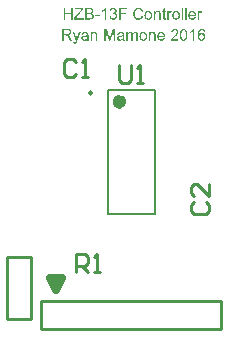
<source format=gto>
G04 Layer_Color=15132400*
%FSAX24Y24*%
%MOIN*%
G70*
G01*
G75*
%ADD14C,0.0100*%
%ADD21C,0.0098*%
%ADD22C,0.0236*%
%ADD23C,0.0250*%
%ADD24C,0.0079*%
G36*
X027848Y018549D02*
X027854Y018548D01*
X027861Y018547D01*
X027869Y018545D01*
X027877Y018543D01*
X027885Y018540D01*
X027886Y018539D01*
X027889Y018538D01*
X027892Y018536D01*
X027897Y018533D01*
X027902Y018530D01*
X027907Y018526D01*
X027912Y018521D01*
X027917Y018516D01*
X027917Y018516D01*
X027918Y018514D01*
X027920Y018511D01*
X027923Y018506D01*
X027925Y018501D01*
X027927Y018495D01*
X027929Y018489D01*
X027931Y018481D01*
Y018481D01*
X027932Y018479D01*
X027932Y018475D01*
X027933Y018471D01*
X027933Y018464D01*
X027934Y018457D01*
X027934Y018447D01*
Y018436D01*
Y018265D01*
X027887D01*
Y018434D01*
Y018434D01*
Y018435D01*
Y018436D01*
Y018438D01*
X027887Y018444D01*
Y018450D01*
X027886Y018457D01*
X027885Y018464D01*
X027883Y018470D01*
X027881Y018476D01*
Y018477D01*
X027880Y018479D01*
X027879Y018481D01*
X027877Y018485D01*
X027874Y018488D01*
X027871Y018492D01*
X027867Y018496D01*
X027862Y018499D01*
X027861Y018500D01*
X027859Y018501D01*
X027856Y018502D01*
X027852Y018504D01*
X027848Y018505D01*
X027842Y018507D01*
X027836Y018508D01*
X027829Y018508D01*
X027826D01*
X027824Y018508D01*
X027818Y018507D01*
X027811Y018506D01*
X027803Y018504D01*
X027794Y018500D01*
X027785Y018495D01*
X027777Y018489D01*
X027776Y018488D01*
X027775Y018487D01*
X027773Y018485D01*
X027772Y018483D01*
X027770Y018480D01*
X027768Y018477D01*
X027766Y018473D01*
X027764Y018468D01*
X027762Y018463D01*
X027760Y018457D01*
X027759Y018450D01*
X027757Y018443D01*
X027756Y018435D01*
X027756Y018426D01*
X027755Y018416D01*
Y018265D01*
X027708D01*
Y018543D01*
X027751D01*
Y018503D01*
X027751Y018504D01*
X027752Y018505D01*
X027754Y018508D01*
X027756Y018510D01*
X027760Y018514D01*
X027763Y018518D01*
X027768Y018522D01*
X027773Y018526D01*
X027779Y018531D01*
X027786Y018535D01*
X027793Y018539D01*
X027801Y018542D01*
X027809Y018545D01*
X027818Y018547D01*
X027828Y018549D01*
X027839Y018549D01*
X027843D01*
X027848Y018549D01*
D02*
G37*
G36*
X029787D02*
X029794Y018548D01*
X029801Y018547D01*
X029809Y018545D01*
X029817Y018543D01*
X029825Y018540D01*
X029826Y018539D01*
X029828Y018538D01*
X029832Y018536D01*
X029837Y018533D01*
X029842Y018530D01*
X029847Y018526D01*
X029852Y018521D01*
X029856Y018516D01*
X029857Y018516D01*
X029858Y018514D01*
X029860Y018511D01*
X029862Y018506D01*
X029864Y018501D01*
X029867Y018495D01*
X029869Y018489D01*
X029871Y018481D01*
Y018481D01*
X029871Y018479D01*
X029872Y018475D01*
X029872Y018471D01*
X029873Y018464D01*
X029873Y018457D01*
X029874Y018447D01*
Y018436D01*
Y018265D01*
X029827D01*
Y018434D01*
Y018434D01*
Y018435D01*
Y018436D01*
Y018438D01*
X029826Y018444D01*
Y018450D01*
X029825Y018457D01*
X029824Y018464D01*
X029823Y018470D01*
X029821Y018476D01*
Y018477D01*
X029820Y018479D01*
X029818Y018481D01*
X029816Y018485D01*
X029814Y018488D01*
X029810Y018492D01*
X029806Y018496D01*
X029801Y018499D01*
X029801Y018500D01*
X029799Y018501D01*
X029796Y018502D01*
X029792Y018504D01*
X029787Y018505D01*
X029782Y018507D01*
X029775Y018508D01*
X029769Y018508D01*
X029766D01*
X029764Y018508D01*
X029758Y018507D01*
X029751Y018506D01*
X029743Y018504D01*
X029734Y018500D01*
X029725Y018495D01*
X029716Y018489D01*
X029715Y018488D01*
X029714Y018487D01*
X029713Y018485D01*
X029711Y018483D01*
X029709Y018480D01*
X029708Y018477D01*
X029706Y018473D01*
X029704Y018468D01*
X029702Y018463D01*
X029700Y018457D01*
X029698Y018450D01*
X029697Y018443D01*
X029696Y018435D01*
X029695Y018426D01*
X029695Y018416D01*
Y018265D01*
X029648D01*
Y018543D01*
X029690D01*
Y018503D01*
X029691Y018504D01*
X029692Y018505D01*
X029693Y018508D01*
X029696Y018510D01*
X029699Y018514D01*
X029703Y018518D01*
X029707Y018522D01*
X029713Y018526D01*
X029719Y018531D01*
X029725Y018535D01*
X029732Y018539D01*
X029740Y018542D01*
X029749Y018545D01*
X029758Y018547D01*
X029768Y018549D01*
X029778Y018549D01*
X029783D01*
X029787Y018549D01*
D02*
G37*
G36*
X028527Y018265D02*
X028478D01*
Y018587D01*
X028366Y018265D01*
X028320D01*
X028209Y018592D01*
Y018265D01*
X028160D01*
Y018649D01*
X028236D01*
X028327Y018377D01*
Y018376D01*
X028328Y018375D01*
X028328Y018373D01*
X028329Y018371D01*
X028330Y018367D01*
X028332Y018364D01*
X028334Y018355D01*
X028337Y018346D01*
X028340Y018337D01*
X028343Y018328D01*
X028346Y018320D01*
X028346Y018321D01*
X028347Y018324D01*
X028349Y018329D01*
X028351Y018335D01*
X028354Y018344D01*
X028357Y018355D01*
X028361Y018367D01*
X028366Y018382D01*
X028459Y018649D01*
X028527D01*
Y018265D01*
D02*
G37*
G36*
X029200Y018549D02*
X029203D01*
X029207Y018548D01*
X029217Y018546D01*
X029227Y018544D01*
X029237Y018540D01*
X029248Y018534D01*
X029252Y018530D01*
X029257Y018526D01*
X029257Y018526D01*
X029258Y018525D01*
X029259Y018524D01*
X029260Y018522D01*
X029262Y018519D01*
X029264Y018516D01*
X029266Y018513D01*
X029268Y018509D01*
X029270Y018504D01*
X029272Y018499D01*
X029274Y018493D01*
X029276Y018487D01*
X029277Y018480D01*
X029278Y018472D01*
X029279Y018464D01*
Y018455D01*
Y018265D01*
X029232D01*
Y018440D01*
Y018440D01*
Y018441D01*
Y018442D01*
Y018444D01*
Y018449D01*
X029232Y018455D01*
X029231Y018462D01*
X029230Y018469D01*
X029229Y018475D01*
X029228Y018480D01*
Y018481D01*
X029227Y018482D01*
X029226Y018485D01*
X029224Y018487D01*
X029222Y018491D01*
X029219Y018494D01*
X029215Y018497D01*
X029211Y018500D01*
X029210Y018501D01*
X029209Y018502D01*
X029206Y018503D01*
X029203Y018504D01*
X029199Y018506D01*
X029194Y018507D01*
X029189Y018508D01*
X029183Y018508D01*
X029180D01*
X029178Y018508D01*
X029172Y018507D01*
X029165Y018506D01*
X029157Y018503D01*
X029149Y018500D01*
X029141Y018495D01*
X029133Y018488D01*
X029132Y018487D01*
X029130Y018485D01*
X029127Y018480D01*
X029124Y018473D01*
X029122Y018469D01*
X029120Y018465D01*
X029118Y018459D01*
X029117Y018454D01*
X029116Y018448D01*
X029115Y018441D01*
X029114Y018434D01*
Y018426D01*
Y018265D01*
X029067D01*
Y018445D01*
Y018446D01*
Y018447D01*
Y018448D01*
Y018450D01*
X029066Y018456D01*
X029065Y018463D01*
X029064Y018471D01*
X029062Y018478D01*
X029059Y018486D01*
X029055Y018492D01*
X029055Y018493D01*
X029053Y018495D01*
X029050Y018497D01*
X029046Y018500D01*
X029041Y018503D01*
X029035Y018506D01*
X029027Y018508D01*
X029018Y018508D01*
X029014D01*
X029011Y018508D01*
X029006Y018507D01*
X029000Y018506D01*
X028994Y018504D01*
X028987Y018501D01*
X028981Y018498D01*
X028980Y018497D01*
X028978Y018496D01*
X028975Y018493D01*
X028971Y018490D01*
X028967Y018486D01*
X028963Y018480D01*
X028959Y018474D01*
X028956Y018467D01*
X028955Y018466D01*
X028955Y018463D01*
X028953Y018458D01*
X028952Y018452D01*
X028951Y018444D01*
X028949Y018434D01*
X028949Y018422D01*
X028948Y018409D01*
Y018265D01*
X028901D01*
Y018543D01*
X028943D01*
Y018504D01*
X028944Y018505D01*
X028946Y018507D01*
X028949Y018511D01*
X028953Y018516D01*
X028958Y018521D01*
X028964Y018526D01*
X028971Y018532D01*
X028978Y018537D01*
X028979D01*
X028979Y018537D01*
X028982Y018539D01*
X028987Y018541D01*
X028993Y018543D01*
X029000Y018545D01*
X029008Y018547D01*
X029018Y018549D01*
X029028Y018549D01*
X029033D01*
X029039Y018549D01*
X029046Y018548D01*
X029054Y018546D01*
X029062Y018544D01*
X029070Y018541D01*
X029078Y018536D01*
X029079Y018536D01*
X029082Y018534D01*
X029085Y018531D01*
X029089Y018527D01*
X029094Y018522D01*
X029099Y018516D01*
X029103Y018508D01*
X029107Y018500D01*
X029107Y018501D01*
X029108Y018502D01*
X029110Y018505D01*
X029113Y018508D01*
X029116Y018512D01*
X029120Y018516D01*
X029125Y018520D01*
X029130Y018525D01*
X029136Y018529D01*
X029142Y018534D01*
X029149Y018538D01*
X029157Y018542D01*
X029165Y018545D01*
X029174Y018547D01*
X029183Y018549D01*
X029193Y018549D01*
X029197D01*
X029200Y018549D01*
D02*
G37*
G36*
X031419Y018650D02*
X031423Y018650D01*
X031428Y018649D01*
X031433Y018649D01*
X031438Y018648D01*
X031450Y018645D01*
X031462Y018640D01*
X031469Y018637D01*
X031475Y018634D01*
X031481Y018630D01*
X031486Y018625D01*
X031487Y018625D01*
X031488Y018624D01*
X031489Y018623D01*
X031491Y018621D01*
X031493Y018618D01*
X031496Y018615D01*
X031499Y018611D01*
X031502Y018607D01*
X031505Y018602D01*
X031508Y018597D01*
X031510Y018591D01*
X031513Y018585D01*
X031518Y018571D01*
X031520Y018563D01*
X031521Y018555D01*
X031474Y018552D01*
Y018552D01*
X031474Y018553D01*
Y018554D01*
X031473Y018556D01*
X031472Y018561D01*
X031470Y018567D01*
X031467Y018574D01*
X031464Y018580D01*
X031460Y018586D01*
X031456Y018592D01*
X031455Y018593D01*
X031453Y018595D01*
X031449Y018598D01*
X031443Y018602D01*
X031436Y018605D01*
X031428Y018609D01*
X031419Y018611D01*
X031409Y018612D01*
X031405D01*
X031401Y018611D01*
X031395Y018610D01*
X031389Y018609D01*
X031382Y018606D01*
X031376Y018603D01*
X031369Y018599D01*
X031368Y018598D01*
X031365Y018596D01*
X031361Y018592D01*
X031356Y018587D01*
X031351Y018580D01*
X031345Y018572D01*
X031339Y018563D01*
X031334Y018552D01*
Y018551D01*
X031333Y018550D01*
X031333Y018549D01*
X031332Y018546D01*
X031331Y018543D01*
X031330Y018539D01*
X031329Y018534D01*
X031327Y018529D01*
X031326Y018523D01*
X031325Y018516D01*
X031324Y018509D01*
X031323Y018501D01*
X031322Y018493D01*
X031321Y018483D01*
X031321Y018473D01*
Y018463D01*
X031322Y018464D01*
X031324Y018467D01*
X031327Y018472D01*
X031332Y018477D01*
X031338Y018484D01*
X031345Y018490D01*
X031353Y018496D01*
X031362Y018501D01*
X031363D01*
X031363Y018502D01*
X031365Y018502D01*
X031367Y018503D01*
X031371Y018505D01*
X031378Y018508D01*
X031386Y018510D01*
X031394Y018512D01*
X031404Y018514D01*
X031414Y018514D01*
X031418D01*
X031422Y018514D01*
X031426Y018513D01*
X031431Y018512D01*
X031436Y018511D01*
X031442Y018510D01*
X031448Y018508D01*
X031454Y018506D01*
X031461Y018503D01*
X031468Y018500D01*
X031475Y018495D01*
X031481Y018491D01*
X031488Y018485D01*
X031494Y018479D01*
X031495Y018479D01*
X031496Y018478D01*
X031497Y018476D01*
X031500Y018473D01*
X031502Y018469D01*
X031505Y018465D01*
X031508Y018460D01*
X031511Y018455D01*
X031514Y018449D01*
X031517Y018442D01*
X031520Y018435D01*
X031523Y018427D01*
X031525Y018418D01*
X031526Y018409D01*
X031527Y018399D01*
X031528Y018389D01*
Y018389D01*
Y018388D01*
Y018386D01*
Y018383D01*
X031527Y018380D01*
X031527Y018376D01*
X031526Y018367D01*
X031524Y018357D01*
X031521Y018346D01*
X031517Y018334D01*
X031512Y018322D01*
Y018322D01*
X031511Y018321D01*
X031510Y018319D01*
X031509Y018317D01*
X031505Y018312D01*
X031501Y018305D01*
X031494Y018297D01*
X031487Y018289D01*
X031479Y018282D01*
X031469Y018275D01*
X031468D01*
X031468Y018274D01*
X031466Y018273D01*
X031464Y018272D01*
X031461Y018271D01*
X031458Y018270D01*
X031451Y018267D01*
X031442Y018263D01*
X031431Y018261D01*
X031420Y018259D01*
X031407Y018258D01*
X031405D01*
X031402Y018259D01*
X031397D01*
X031392Y018260D01*
X031387Y018261D01*
X031380Y018262D01*
X031373Y018264D01*
X031366Y018266D01*
X031358Y018269D01*
X031350Y018272D01*
X031342Y018276D01*
X031334Y018281D01*
X031326Y018287D01*
X031318Y018294D01*
X031311Y018301D01*
X031310Y018302D01*
X031309Y018303D01*
X031307Y018306D01*
X031305Y018310D01*
X031302Y018314D01*
X031299Y018320D01*
X031296Y018327D01*
X031292Y018335D01*
X031289Y018345D01*
X031285Y018355D01*
X031282Y018367D01*
X031280Y018380D01*
X031277Y018394D01*
X031275Y018410D01*
X031274Y018426D01*
X031274Y018444D01*
Y018445D01*
Y018446D01*
Y018447D01*
Y018449D01*
Y018452D01*
X031274Y018455D01*
Y018462D01*
X031275Y018472D01*
X031276Y018482D01*
X031277Y018494D01*
X031279Y018506D01*
X031281Y018519D01*
X031284Y018533D01*
X031287Y018546D01*
X031291Y018560D01*
X031296Y018573D01*
X031301Y018585D01*
X031308Y018596D01*
X031315Y018606D01*
X031315Y018607D01*
X031316Y018608D01*
X031318Y018610D01*
X031321Y018613D01*
X031325Y018617D01*
X031329Y018620D01*
X031335Y018624D01*
X031340Y018629D01*
X031347Y018633D01*
X031354Y018637D01*
X031362Y018640D01*
X031371Y018644D01*
X031380Y018647D01*
X031390Y018649D01*
X031401Y018650D01*
X031412Y018651D01*
X031416D01*
X031419Y018650D01*
D02*
G37*
G36*
X031102Y019249D02*
X031107Y019248D01*
X031112Y019247D01*
X031119Y019246D01*
X031125Y019245D01*
X031132Y019243D01*
X031140Y019240D01*
X031147Y019237D01*
X031155Y019233D01*
X031163Y019229D01*
X031170Y019224D01*
X031177Y019218D01*
X031184Y019211D01*
X031185Y019211D01*
X031186Y019209D01*
X031188Y019207D01*
X031190Y019204D01*
X031192Y019200D01*
X031195Y019196D01*
X031199Y019190D01*
X031202Y019184D01*
X031205Y019176D01*
X031209Y019168D01*
X031212Y019160D01*
X031214Y019150D01*
X031216Y019140D01*
X031218Y019129D01*
X031219Y019117D01*
X031220Y019104D01*
Y019103D01*
Y019101D01*
Y019097D01*
X031219Y019092D01*
X031012D01*
Y019091D01*
Y019090D01*
X031012Y019087D01*
X031013Y019084D01*
X031013Y019080D01*
X031014Y019076D01*
X031016Y019066D01*
X031019Y019054D01*
X031024Y019043D01*
X031030Y019032D01*
X031033Y019027D01*
X031037Y019022D01*
X031038Y019021D01*
X031038Y019021D01*
X031040Y019020D01*
X031041Y019018D01*
X031047Y019014D01*
X031053Y019010D01*
X031062Y019005D01*
X031072Y019002D01*
X031083Y018999D01*
X031089Y018998D01*
X031096Y018998D01*
X031100D01*
X031105Y018998D01*
X031111Y018999D01*
X031118Y019001D01*
X031125Y019003D01*
X031133Y019007D01*
X031140Y019011D01*
X031141Y019012D01*
X031143Y019014D01*
X031146Y019017D01*
X031150Y019022D01*
X031155Y019028D01*
X031160Y019036D01*
X031165Y019045D01*
X031169Y019055D01*
X031218Y019049D01*
Y019048D01*
X031217Y019047D01*
X031217Y019045D01*
X031215Y019042D01*
X031214Y019038D01*
X031212Y019034D01*
X031208Y019024D01*
X031202Y019014D01*
X031195Y019003D01*
X031186Y018992D01*
X031175Y018982D01*
X031175D01*
X031174Y018981D01*
X031172Y018980D01*
X031170Y018979D01*
X031167Y018977D01*
X031163Y018975D01*
X031159Y018973D01*
X031154Y018971D01*
X031148Y018968D01*
X031142Y018966D01*
X031136Y018964D01*
X031129Y018962D01*
X031113Y018960D01*
X031105Y018959D01*
X031096Y018959D01*
X031093D01*
X031090Y018959D01*
X031086D01*
X031081Y018960D01*
X031075Y018961D01*
X031068Y018962D01*
X031061Y018963D01*
X031053Y018965D01*
X031045Y018968D01*
X031037Y018971D01*
X031029Y018975D01*
X031021Y018979D01*
X031013Y018984D01*
X031006Y018990D01*
X030999Y018996D01*
X030998Y018997D01*
X030997Y018998D01*
X030995Y019000D01*
X030993Y019003D01*
X030991Y019007D01*
X030988Y019012D01*
X030984Y019017D01*
X030981Y019023D01*
X030978Y019031D01*
X030974Y019038D01*
X030971Y019047D01*
X030969Y019056D01*
X030967Y019067D01*
X030965Y019077D01*
X030964Y019089D01*
X030963Y019101D01*
Y019102D01*
Y019104D01*
X030964Y019108D01*
Y019113D01*
X030964Y019119D01*
X030965Y019126D01*
X030966Y019133D01*
X030968Y019141D01*
X030970Y019150D01*
X030972Y019159D01*
X030975Y019168D01*
X030978Y019177D01*
X030983Y019186D01*
X030987Y019195D01*
X030993Y019203D01*
X030999Y019210D01*
X031000Y019211D01*
X031001Y019212D01*
X031003Y019214D01*
X031006Y019216D01*
X031009Y019219D01*
X031014Y019223D01*
X031019Y019226D01*
X031024Y019230D01*
X031031Y019233D01*
X031038Y019237D01*
X031046Y019240D01*
X031054Y019243D01*
X031063Y019246D01*
X031072Y019248D01*
X031082Y019249D01*
X031093Y019249D01*
X031098D01*
X031102Y019249D01*
D02*
G37*
G36*
X030169Y019243D02*
X030216D01*
Y019207D01*
X030169D01*
Y019044D01*
Y019043D01*
Y019040D01*
Y019037D01*
X030169Y019033D01*
Y019028D01*
X030170Y019024D01*
X030170Y019020D01*
X030171Y019017D01*
X030171Y019016D01*
X030173Y019014D01*
X030175Y019011D01*
X030179Y019008D01*
X030179D01*
X030180Y019008D01*
X030181Y019007D01*
X030183Y019007D01*
X030188Y019006D01*
X030195Y019005D01*
X030201D01*
X030204Y019006D01*
X030208D01*
X030212Y019006D01*
X030216Y019007D01*
X030223Y018965D01*
X030222D01*
X030219Y018965D01*
X030216Y018964D01*
X030211Y018963D01*
X030205Y018963D01*
X030199Y018962D01*
X030187Y018961D01*
X030183D01*
X030178Y018962D01*
X030172Y018962D01*
X030166Y018963D01*
X030159Y018965D01*
X030153Y018967D01*
X030147Y018969D01*
X030147Y018970D01*
X030145Y018971D01*
X030143Y018972D01*
X030140Y018975D01*
X030136Y018978D01*
X030133Y018982D01*
X030130Y018986D01*
X030127Y018990D01*
Y018991D01*
X030126Y018993D01*
X030126Y018997D01*
X030125Y019002D01*
X030124Y019006D01*
X030124Y019010D01*
X030123Y019014D01*
X030123Y019020D01*
X030122Y019025D01*
Y019032D01*
X030122Y019039D01*
Y019046D01*
Y019207D01*
X030087D01*
Y019243D01*
X030122D01*
Y019312D01*
X030169Y019340D01*
Y019243D01*
D02*
G37*
G36*
X029639Y019249D02*
X029644Y019248D01*
X029649Y019247D01*
X029656Y019246D01*
X029663Y019245D01*
X029670Y019243D01*
X029677Y019240D01*
X029685Y019237D01*
X029693Y019233D01*
X029701Y019229D01*
X029709Y019224D01*
X029716Y019218D01*
X029723Y019211D01*
X029724Y019211D01*
X029725Y019210D01*
X029727Y019207D01*
X029729Y019204D01*
X029732Y019201D01*
X029735Y019196D01*
X029738Y019190D01*
X029742Y019184D01*
X029745Y019177D01*
X029748Y019170D01*
X029751Y019161D01*
X029754Y019152D01*
X029756Y019142D01*
X029758Y019131D01*
X029759Y019120D01*
X029760Y019108D01*
Y019107D01*
Y019105D01*
Y019103D01*
Y019099D01*
X029759Y019094D01*
X029759Y019089D01*
X029758Y019083D01*
X029758Y019077D01*
X029756Y019064D01*
X029753Y019050D01*
X029749Y019036D01*
X029746Y019029D01*
X029743Y019023D01*
Y019023D01*
X029743Y019022D01*
X029742Y019020D01*
X029740Y019018D01*
X029737Y019013D01*
X029731Y019006D01*
X029725Y018998D01*
X029717Y018990D01*
X029707Y018983D01*
X029696Y018976D01*
X029696D01*
X029695Y018975D01*
X029693Y018974D01*
X029691Y018973D01*
X029688Y018972D01*
X029685Y018970D01*
X029676Y018967D01*
X029667Y018964D01*
X029655Y018961D01*
X029643Y018959D01*
X029629Y018959D01*
X029627D01*
X029624Y018959D01*
X029620D01*
X029615Y018960D01*
X029609Y018961D01*
X029603Y018962D01*
X029596Y018963D01*
X029588Y018965D01*
X029581Y018968D01*
X029573Y018971D01*
X029565Y018974D01*
X029557Y018979D01*
X029550Y018984D01*
X029542Y018989D01*
X029535Y018996D01*
X029535Y018996D01*
X029534Y018998D01*
X029532Y019000D01*
X029530Y019003D01*
X029527Y019007D01*
X029524Y019011D01*
X029521Y019017D01*
X029517Y019023D01*
X029514Y019031D01*
X029511Y019039D01*
X029508Y019047D01*
X029505Y019057D01*
X029503Y019068D01*
X029501Y019079D01*
X029500Y019091D01*
X029499Y019104D01*
Y019105D01*
Y019107D01*
X029500Y019111D01*
Y019116D01*
X029501Y019123D01*
X029502Y019130D01*
X029503Y019138D01*
X029505Y019147D01*
X029507Y019156D01*
X029510Y019166D01*
X029513Y019175D01*
X029517Y019185D01*
X029522Y019194D01*
X029528Y019203D01*
X029534Y019211D01*
X029542Y019218D01*
X029542Y019219D01*
X029543Y019220D01*
X029545Y019221D01*
X029548Y019223D01*
X029552Y019225D01*
X029556Y019228D01*
X029561Y019231D01*
X029566Y019234D01*
X029572Y019237D01*
X029579Y019239D01*
X029586Y019242D01*
X029594Y019244D01*
X029602Y019246D01*
X029611Y019248D01*
X029620Y019249D01*
X029629Y019249D01*
X029635D01*
X029639Y019249D01*
D02*
G37*
G36*
X030564D02*
X030569Y019248D01*
X030574Y019247D01*
X030581Y019246D01*
X030588Y019245D01*
X030595Y019243D01*
X030602Y019240D01*
X030610Y019237D01*
X030618Y019233D01*
X030626Y019229D01*
X030634Y019224D01*
X030641Y019218D01*
X030648Y019211D01*
X030649Y019211D01*
X030650Y019210D01*
X030652Y019207D01*
X030654Y019204D01*
X030657Y019201D01*
X030660Y019196D01*
X030663Y019190D01*
X030667Y019184D01*
X030670Y019177D01*
X030673Y019170D01*
X030676Y019161D01*
X030679Y019152D01*
X030681Y019142D01*
X030683Y019131D01*
X030684Y019120D01*
X030685Y019108D01*
Y019107D01*
Y019105D01*
Y019103D01*
Y019099D01*
X030684Y019094D01*
X030684Y019089D01*
X030683Y019083D01*
X030683Y019077D01*
X030681Y019064D01*
X030678Y019050D01*
X030674Y019036D01*
X030671Y019029D01*
X030668Y019023D01*
Y019023D01*
X030668Y019022D01*
X030667Y019020D01*
X030665Y019018D01*
X030662Y019013D01*
X030656Y019006D01*
X030650Y018998D01*
X030642Y018990D01*
X030632Y018983D01*
X030621Y018976D01*
X030621D01*
X030620Y018975D01*
X030618Y018974D01*
X030616Y018973D01*
X030613Y018972D01*
X030610Y018970D01*
X030601Y018967D01*
X030592Y018964D01*
X030580Y018961D01*
X030568Y018959D01*
X030554Y018959D01*
X030552D01*
X030549Y018959D01*
X030545D01*
X030540Y018960D01*
X030534Y018961D01*
X030528Y018962D01*
X030521Y018963D01*
X030513Y018965D01*
X030506Y018968D01*
X030498Y018971D01*
X030490Y018974D01*
X030482Y018979D01*
X030475Y018984D01*
X030467Y018989D01*
X030460Y018996D01*
X030460Y018996D01*
X030459Y018998D01*
X030457Y019000D01*
X030455Y019003D01*
X030452Y019007D01*
X030449Y019011D01*
X030446Y019017D01*
X030442Y019023D01*
X030439Y019031D01*
X030436Y019039D01*
X030433Y019047D01*
X030430Y019057D01*
X030428Y019068D01*
X030426Y019079D01*
X030425Y019091D01*
X030424Y019104D01*
Y019105D01*
Y019107D01*
X030425Y019111D01*
Y019116D01*
X030426Y019123D01*
X030427Y019130D01*
X030428Y019138D01*
X030430Y019147D01*
X030432Y019156D01*
X030435Y019166D01*
X030438Y019175D01*
X030442Y019185D01*
X030447Y019194D01*
X030453Y019203D01*
X030459Y019211D01*
X030467Y019218D01*
X030467Y019219D01*
X030468Y019220D01*
X030470Y019221D01*
X030473Y019223D01*
X030477Y019225D01*
X030481Y019228D01*
X030486Y019231D01*
X030491Y019234D01*
X030497Y019237D01*
X030504Y019239D01*
X030511Y019242D01*
X030519Y019244D01*
X030527Y019246D01*
X030536Y019248D01*
X030545Y019249D01*
X030554Y019249D01*
X030560D01*
X030564Y019249D01*
D02*
G37*
G36*
X030069Y018549D02*
X030074Y018548D01*
X030079Y018547D01*
X030086Y018546D01*
X030092Y018545D01*
X030099Y018543D01*
X030107Y018540D01*
X030114Y018537D01*
X030122Y018533D01*
X030130Y018529D01*
X030137Y018524D01*
X030144Y018518D01*
X030151Y018511D01*
X030152Y018511D01*
X030153Y018509D01*
X030155Y018507D01*
X030157Y018504D01*
X030159Y018500D01*
X030162Y018496D01*
X030166Y018490D01*
X030169Y018484D01*
X030172Y018476D01*
X030176Y018468D01*
X030179Y018460D01*
X030181Y018450D01*
X030183Y018440D01*
X030185Y018429D01*
X030186Y018417D01*
X030187Y018404D01*
Y018403D01*
Y018401D01*
Y018397D01*
X030186Y018392D01*
X029979D01*
Y018391D01*
Y018390D01*
X029979Y018387D01*
X029980Y018384D01*
X029980Y018380D01*
X029981Y018376D01*
X029983Y018366D01*
X029986Y018354D01*
X029991Y018343D01*
X029997Y018332D01*
X030000Y018327D01*
X030004Y018322D01*
X030005Y018321D01*
X030005Y018321D01*
X030007Y018320D01*
X030008Y018318D01*
X030014Y018314D01*
X030020Y018310D01*
X030029Y018305D01*
X030039Y018302D01*
X030050Y018299D01*
X030056Y018298D01*
X030063Y018298D01*
X030067D01*
X030072Y018298D01*
X030078Y018299D01*
X030085Y018301D01*
X030092Y018303D01*
X030100Y018307D01*
X030107Y018311D01*
X030108Y018312D01*
X030110Y018314D01*
X030113Y018317D01*
X030117Y018322D01*
X030122Y018328D01*
X030127Y018336D01*
X030132Y018345D01*
X030136Y018355D01*
X030185Y018349D01*
Y018348D01*
X030184Y018347D01*
X030184Y018345D01*
X030182Y018342D01*
X030181Y018338D01*
X030179Y018334D01*
X030175Y018324D01*
X030169Y018314D01*
X030162Y018303D01*
X030153Y018292D01*
X030142Y018282D01*
X030142D01*
X030141Y018281D01*
X030139Y018280D01*
X030137Y018279D01*
X030134Y018277D01*
X030130Y018275D01*
X030126Y018273D01*
X030121Y018271D01*
X030115Y018268D01*
X030109Y018266D01*
X030103Y018264D01*
X030096Y018262D01*
X030080Y018260D01*
X030072Y018259D01*
X030063Y018259D01*
X030060D01*
X030057Y018259D01*
X030053D01*
X030048Y018260D01*
X030042Y018261D01*
X030035Y018262D01*
X030028Y018263D01*
X030020Y018265D01*
X030012Y018268D01*
X030004Y018271D01*
X029996Y018275D01*
X029988Y018279D01*
X029980Y018284D01*
X029973Y018290D01*
X029966Y018296D01*
X029965Y018297D01*
X029964Y018298D01*
X029962Y018300D01*
X029960Y018303D01*
X029958Y018307D01*
X029955Y018312D01*
X029951Y018317D01*
X029948Y018323D01*
X029945Y018331D01*
X029941Y018338D01*
X029938Y018347D01*
X029936Y018356D01*
X029934Y018367D01*
X029932Y018377D01*
X029931Y018389D01*
X029930Y018401D01*
Y018402D01*
Y018404D01*
X029931Y018408D01*
Y018413D01*
X029931Y018419D01*
X029932Y018426D01*
X029933Y018433D01*
X029935Y018441D01*
X029937Y018450D01*
X029939Y018459D01*
X029942Y018468D01*
X029945Y018477D01*
X029950Y018486D01*
X029954Y018495D01*
X029960Y018503D01*
X029966Y018510D01*
X029967Y018511D01*
X029968Y018512D01*
X029970Y018514D01*
X029973Y018516D01*
X029976Y018519D01*
X029981Y018523D01*
X029986Y018526D01*
X029991Y018530D01*
X029998Y018533D01*
X030005Y018537D01*
X030013Y018540D01*
X030021Y018543D01*
X030030Y018546D01*
X030039Y018548D01*
X030049Y018549D01*
X030060Y018549D01*
X030065D01*
X030069Y018549D01*
D02*
G37*
G36*
X026943Y018649D02*
X026948D01*
X026953Y018648D01*
X026959Y018648D01*
X026972Y018647D01*
X026985Y018645D01*
X026997Y018642D01*
X027003Y018641D01*
X027008Y018639D01*
X027009D01*
X027009Y018638D01*
X027011Y018638D01*
X027013Y018637D01*
X027018Y018634D01*
X027024Y018630D01*
X027031Y018625D01*
X027038Y018619D01*
X027045Y018611D01*
X027051Y018602D01*
Y018601D01*
X027052Y018601D01*
X027053Y018599D01*
X027054Y018597D01*
X027056Y018592D01*
X027059Y018585D01*
X027062Y018576D01*
X027065Y018566D01*
X027067Y018555D01*
X027067Y018544D01*
Y018543D01*
Y018542D01*
Y018540D01*
X027067Y018537D01*
X027066Y018533D01*
X027066Y018529D01*
X027064Y018520D01*
X027061Y018509D01*
X027056Y018497D01*
X027053Y018492D01*
X027050Y018486D01*
X027045Y018480D01*
X027041Y018475D01*
X027040Y018474D01*
X027040Y018474D01*
X027038Y018472D01*
X027036Y018470D01*
X027033Y018468D01*
X027029Y018466D01*
X027025Y018463D01*
X027021Y018460D01*
X027015Y018457D01*
X027009Y018454D01*
X027002Y018451D01*
X026995Y018448D01*
X026987Y018445D01*
X026978Y018443D01*
X026969Y018441D01*
X026959Y018439D01*
X026960Y018439D01*
X026962Y018438D01*
X026966Y018436D01*
X026970Y018433D01*
X026980Y018427D01*
X026985Y018423D01*
X026989Y018420D01*
X026990D01*
X026990Y018419D01*
X026993Y018416D01*
X026997Y018412D01*
X027003Y018406D01*
X027010Y018399D01*
X027017Y018390D01*
X027024Y018380D01*
X027032Y018369D01*
X027098Y018265D01*
X027034D01*
X026984Y018344D01*
Y018345D01*
X026983Y018346D01*
X026982Y018348D01*
X026980Y018350D01*
X026978Y018353D01*
X026976Y018356D01*
X026971Y018364D01*
X026965Y018372D01*
X026959Y018381D01*
X026953Y018389D01*
X026947Y018397D01*
X026946Y018398D01*
X026944Y018400D01*
X026942Y018403D01*
X026938Y018407D01*
X026934Y018411D01*
X026930Y018416D01*
X026925Y018419D01*
X026921Y018423D01*
X026920Y018423D01*
X026919Y018424D01*
X026917Y018425D01*
X026914Y018427D01*
X026910Y018429D01*
X026906Y018430D01*
X026898Y018433D01*
X026897D01*
X026896Y018434D01*
X026894D01*
X026891Y018434D01*
X026887Y018435D01*
X026882D01*
X026877Y018435D01*
X026811D01*
Y018265D01*
X026760D01*
Y018649D01*
X026939D01*
X026943Y018649D01*
D02*
G37*
G36*
X030812Y018650D02*
X030815D01*
X030823Y018649D01*
X030831Y018648D01*
X030840Y018645D01*
X030850Y018642D01*
X030859Y018638D01*
X030859D01*
X030860Y018638D01*
X030863Y018636D01*
X030867Y018633D01*
X030872Y018629D01*
X030878Y018624D01*
X030885Y018618D01*
X030891Y018611D01*
X030897Y018602D01*
Y018602D01*
X030898Y018601D01*
X030899Y018600D01*
X030900Y018598D01*
X030902Y018593D01*
X030906Y018586D01*
X030910Y018578D01*
X030914Y018568D01*
X030917Y018557D01*
X030921Y018545D01*
Y018544D01*
X030921Y018543D01*
X030922Y018541D01*
X030922Y018539D01*
X030923Y018535D01*
X030924Y018531D01*
X030924Y018526D01*
X030925Y018521D01*
X030926Y018515D01*
X030927Y018508D01*
X030928Y018501D01*
X030928Y018492D01*
X030929Y018484D01*
X030929Y018475D01*
X030930Y018465D01*
Y018454D01*
Y018453D01*
Y018451D01*
Y018448D01*
Y018443D01*
X030929Y018437D01*
Y018431D01*
X030929Y018423D01*
X030928Y018415D01*
X030926Y018398D01*
X030924Y018379D01*
X030920Y018361D01*
X030918Y018353D01*
X030916Y018345D01*
Y018344D01*
X030915Y018343D01*
X030914Y018341D01*
X030913Y018338D01*
X030912Y018334D01*
X030910Y018330D01*
X030905Y018321D01*
X030899Y018311D01*
X030892Y018300D01*
X030884Y018290D01*
X030874Y018281D01*
X030873D01*
X030873Y018280D01*
X030871Y018279D01*
X030869Y018277D01*
X030866Y018276D01*
X030863Y018274D01*
X030859Y018272D01*
X030855Y018270D01*
X030845Y018265D01*
X030833Y018262D01*
X030819Y018259D01*
X030812Y018259D01*
X030804Y018258D01*
X030802D01*
X030799Y018259D01*
X030795D01*
X030790Y018259D01*
X030785Y018260D01*
X030779Y018262D01*
X030773Y018263D01*
X030766Y018265D01*
X030759Y018268D01*
X030751Y018271D01*
X030744Y018275D01*
X030737Y018279D01*
X030730Y018285D01*
X030723Y018291D01*
X030717Y018298D01*
X030716Y018298D01*
X030715Y018300D01*
X030713Y018303D01*
X030711Y018307D01*
X030708Y018312D01*
X030705Y018319D01*
X030702Y018326D01*
X030698Y018335D01*
X030695Y018346D01*
X030691Y018357D01*
X030688Y018370D01*
X030685Y018384D01*
X030683Y018400D01*
X030681Y018416D01*
X030680Y018435D01*
X030679Y018454D01*
Y018455D01*
Y018457D01*
Y018461D01*
Y018466D01*
X030680Y018471D01*
X030680Y018478D01*
Y018485D01*
X030681Y018493D01*
X030683Y018511D01*
X030685Y018529D01*
X030689Y018547D01*
X030691Y018556D01*
X030693Y018564D01*
Y018564D01*
X030694Y018566D01*
X030695Y018568D01*
X030696Y018571D01*
X030697Y018574D01*
X030699Y018578D01*
X030704Y018588D01*
X030710Y018598D01*
X030717Y018609D01*
X030725Y018619D01*
X030735Y018628D01*
X030735Y018629D01*
X030736Y018629D01*
X030738Y018630D01*
X030740Y018632D01*
X030742Y018633D01*
X030746Y018635D01*
X030749Y018637D01*
X030754Y018640D01*
X030764Y018644D01*
X030776Y018647D01*
X030789Y018650D01*
X030797Y018651D01*
X030809D01*
X030812Y018650D01*
D02*
G37*
G36*
X029471Y018549D02*
X029476Y018548D01*
X029482Y018547D01*
X029488Y018546D01*
X029495Y018545D01*
X029502Y018543D01*
X029510Y018540D01*
X029518Y018537D01*
X029526Y018533D01*
X029534Y018529D01*
X029541Y018524D01*
X029549Y018518D01*
X029556Y018511D01*
X029556Y018511D01*
X029557Y018510D01*
X029559Y018507D01*
X029561Y018504D01*
X029564Y018501D01*
X029567Y018496D01*
X029571Y018490D01*
X029574Y018484D01*
X029577Y018477D01*
X029581Y018470D01*
X029584Y018461D01*
X029587Y018452D01*
X029589Y018442D01*
X029591Y018431D01*
X029592Y018420D01*
X029592Y018408D01*
Y018407D01*
Y018405D01*
Y018403D01*
Y018399D01*
X029592Y018394D01*
X029591Y018389D01*
X029591Y018383D01*
X029590Y018377D01*
X029588Y018364D01*
X029585Y018350D01*
X029581Y018336D01*
X029579Y018329D01*
X029576Y018323D01*
Y018323D01*
X029575Y018322D01*
X029574Y018320D01*
X029573Y018318D01*
X029569Y018313D01*
X029564Y018306D01*
X029557Y018298D01*
X029549Y018290D01*
X029540Y018283D01*
X029529Y018276D01*
X029528D01*
X029527Y018275D01*
X029526Y018274D01*
X029523Y018273D01*
X029521Y018272D01*
X029517Y018270D01*
X029509Y018267D01*
X029499Y018264D01*
X029488Y018261D01*
X029475Y018259D01*
X029462Y018259D01*
X029459D01*
X029456Y018259D01*
X029452D01*
X029447Y018260D01*
X029442Y018261D01*
X029435Y018262D01*
X029428Y018263D01*
X029421Y018265D01*
X029413Y018268D01*
X029406Y018271D01*
X029398Y018274D01*
X029390Y018279D01*
X029382Y018284D01*
X029375Y018289D01*
X029368Y018296D01*
X029367Y018296D01*
X029366Y018298D01*
X029364Y018300D01*
X029362Y018303D01*
X029359Y018307D01*
X029356Y018311D01*
X029353Y018317D01*
X029350Y018323D01*
X029346Y018331D01*
X029343Y018339D01*
X029340Y018347D01*
X029337Y018357D01*
X029335Y018368D01*
X029333Y018379D01*
X029332Y018391D01*
X029332Y018404D01*
Y018405D01*
Y018407D01*
X029332Y018411D01*
Y018416D01*
X029333Y018423D01*
X029334Y018430D01*
X029335Y018438D01*
X029337Y018447D01*
X029339Y018456D01*
X029342Y018466D01*
X029346Y018475D01*
X029350Y018485D01*
X029355Y018494D01*
X029360Y018503D01*
X029367Y018511D01*
X029374Y018518D01*
X029375Y018519D01*
X029376Y018520D01*
X029378Y018521D01*
X029381Y018523D01*
X029384Y018525D01*
X029388Y018528D01*
X029393Y018531D01*
X029399Y018534D01*
X029405Y018537D01*
X029411Y018539D01*
X029419Y018542D01*
X029426Y018544D01*
X029435Y018546D01*
X029443Y018548D01*
X029452Y018549D01*
X029462Y018549D01*
X029467D01*
X029471Y018549D01*
D02*
G37*
G36*
X027540D02*
X027548Y018548D01*
X027557Y018547D01*
X027567Y018546D01*
X027576Y018544D01*
X027585Y018541D01*
X027585D01*
X027586Y018540D01*
X027588Y018539D01*
X027592Y018537D01*
X027597Y018535D01*
X027603Y018532D01*
X027608Y018528D01*
X027613Y018524D01*
X027618Y018519D01*
X027618Y018519D01*
X027619Y018517D01*
X027621Y018514D01*
X027624Y018511D01*
X027626Y018506D01*
X027629Y018501D01*
X027631Y018495D01*
X027633Y018488D01*
Y018487D01*
X027633Y018485D01*
X027634Y018482D01*
X027634Y018478D01*
Y018472D01*
X027635Y018464D01*
X027635Y018455D01*
Y018444D01*
Y018381D01*
Y018381D01*
Y018378D01*
Y018375D01*
Y018371D01*
Y018366D01*
Y018360D01*
Y018353D01*
X027636Y018346D01*
Y018332D01*
X027636Y018319D01*
X027637Y018312D01*
Y018307D01*
X027637Y018302D01*
X027638Y018298D01*
Y018297D01*
X027638Y018295D01*
X027639Y018292D01*
X027640Y018288D01*
X027642Y018282D01*
X027644Y018277D01*
X027647Y018271D01*
X027650Y018265D01*
X027600D01*
X027600Y018265D01*
X027599Y018267D01*
X027598Y018270D01*
X027597Y018275D01*
X027595Y018280D01*
X027594Y018286D01*
X027592Y018292D01*
X027591Y018300D01*
X027591D01*
X027590Y018299D01*
X027589Y018298D01*
X027587Y018296D01*
X027582Y018292D01*
X027575Y018287D01*
X027567Y018282D01*
X027559Y018277D01*
X027549Y018272D01*
X027540Y018268D01*
X027540D01*
X027539Y018267D01*
X027538Y018267D01*
X027536Y018266D01*
X027531Y018265D01*
X027525Y018263D01*
X027517Y018262D01*
X027508Y018260D01*
X027499Y018259D01*
X027489Y018259D01*
X027484D01*
X027481Y018259D01*
X027477D01*
X027473Y018260D01*
X027463Y018262D01*
X027451Y018264D01*
X027440Y018268D01*
X027428Y018274D01*
X027423Y018277D01*
X027418Y018281D01*
X027418Y018281D01*
X027417Y018282D01*
X027414Y018285D01*
X027411Y018290D01*
X027406Y018296D01*
X027402Y018305D01*
X027398Y018314D01*
X027395Y018325D01*
X027394Y018331D01*
X027394Y018338D01*
Y018339D01*
Y018341D01*
X027394Y018345D01*
X027395Y018350D01*
X027396Y018356D01*
X027398Y018362D01*
X027400Y018369D01*
X027403Y018375D01*
X027403Y018376D01*
X027404Y018378D01*
X027407Y018381D01*
X027409Y018385D01*
X027413Y018389D01*
X027417Y018394D01*
X027422Y018398D01*
X027427Y018402D01*
X027428Y018403D01*
X027430Y018404D01*
X027433Y018406D01*
X027437Y018408D01*
X027442Y018411D01*
X027448Y018413D01*
X027454Y018416D01*
X027461Y018418D01*
X027462D01*
X027464Y018418D01*
X027467Y018419D01*
X027472Y018420D01*
X027478Y018421D01*
X027485Y018422D01*
X027493Y018423D01*
X027503Y018425D01*
X027504D01*
X027506Y018425D01*
X027509D01*
X027513Y018426D01*
X027517Y018427D01*
X027523Y018427D01*
X027529Y018428D01*
X027535Y018429D01*
X027549Y018432D01*
X027563Y018435D01*
X027576Y018438D01*
X027582Y018440D01*
X027587Y018441D01*
Y018442D01*
Y018443D01*
Y018444D01*
X027588Y018446D01*
Y018450D01*
Y018452D01*
Y018453D01*
Y018454D01*
Y018455D01*
Y018456D01*
Y018458D01*
X027587Y018463D01*
X027586Y018469D01*
X027584Y018476D01*
X027582Y018483D01*
X027579Y018489D01*
X027574Y018494D01*
X027573Y018495D01*
X027571Y018497D01*
X027567Y018499D01*
X027561Y018502D01*
X027553Y018505D01*
X027544Y018508D01*
X027533Y018510D01*
X027520Y018510D01*
X027515D01*
X027509Y018510D01*
X027502Y018509D01*
X027493Y018507D01*
X027485Y018505D01*
X027477Y018502D01*
X027471Y018498D01*
X027470Y018498D01*
X027468Y018496D01*
X027465Y018493D01*
X027462Y018489D01*
X027458Y018483D01*
X027455Y018476D01*
X027451Y018467D01*
X027448Y018457D01*
X027402Y018464D01*
Y018464D01*
X027402Y018465D01*
Y018467D01*
X027403Y018469D01*
X027404Y018474D01*
X027407Y018481D01*
X027409Y018488D01*
X027413Y018496D01*
X027417Y018504D01*
X027422Y018511D01*
X027423Y018512D01*
X027425Y018514D01*
X027428Y018517D01*
X027433Y018522D01*
X027439Y018526D01*
X027446Y018531D01*
X027454Y018535D01*
X027464Y018539D01*
X027464D01*
X027465Y018540D01*
X027467Y018540D01*
X027469Y018541D01*
X027471Y018542D01*
X027474Y018542D01*
X027482Y018544D01*
X027491Y018546D01*
X027502Y018548D01*
X027514Y018549D01*
X027527Y018549D01*
X027536D01*
X027540Y018549D01*
D02*
G37*
G36*
X031155Y018265D02*
X031108D01*
Y018565D01*
X031107Y018565D01*
X031105Y018563D01*
X031101Y018559D01*
X031096Y018555D01*
X031090Y018550D01*
X031082Y018545D01*
X031073Y018539D01*
X031063Y018533D01*
X031063D01*
X031062Y018532D01*
X031061Y018531D01*
X031059Y018530D01*
X031053Y018527D01*
X031047Y018524D01*
X031039Y018520D01*
X031031Y018516D01*
X031022Y018512D01*
X031014Y018508D01*
Y018554D01*
X031014D01*
X031016Y018555D01*
X031018Y018556D01*
X031020Y018558D01*
X031024Y018559D01*
X031028Y018562D01*
X031037Y018567D01*
X031048Y018573D01*
X031060Y018581D01*
X031071Y018590D01*
X031083Y018599D01*
X031083Y018600D01*
X031084Y018600D01*
X031086Y018602D01*
X031088Y018604D01*
X031093Y018609D01*
X031099Y018616D01*
X031106Y018623D01*
X031113Y018632D01*
X031119Y018641D01*
X031125Y018651D01*
X031155D01*
Y018265D01*
D02*
G37*
G36*
X027264Y018260D02*
Y018260D01*
X027263Y018258D01*
X027262Y018256D01*
X027261Y018253D01*
X027260Y018249D01*
X027258Y018245D01*
X027254Y018235D01*
X027250Y018225D01*
X027245Y018214D01*
X027241Y018205D01*
X027239Y018201D01*
X027237Y018197D01*
X027237Y018196D01*
X027235Y018194D01*
X027232Y018189D01*
X027229Y018184D01*
X027225Y018179D01*
X027220Y018173D01*
X027214Y018168D01*
X027208Y018163D01*
X027208Y018163D01*
X027205Y018162D01*
X027202Y018160D01*
X027197Y018158D01*
X027192Y018156D01*
X027185Y018154D01*
X027178Y018153D01*
X027170Y018152D01*
X027167D01*
X027164Y018153D01*
X027161Y018153D01*
X027156Y018154D01*
X027151Y018155D01*
X027145Y018156D01*
X027139Y018158D01*
X027134Y018202D01*
X027135D01*
X027137Y018202D01*
X027140Y018201D01*
X027143Y018200D01*
X027147Y018199D01*
X027152Y018198D01*
X027161Y018198D01*
X027163D01*
X027166Y018198D01*
X027170D01*
X027178Y018200D01*
X027182Y018201D01*
X027186Y018203D01*
X027186D01*
X027187Y018204D01*
X027189Y018205D01*
X027191Y018207D01*
X027196Y018211D01*
X027201Y018218D01*
Y018218D01*
X027202Y018219D01*
X027203Y018221D01*
X027205Y018225D01*
X027207Y018230D01*
X027209Y018236D01*
X027212Y018244D01*
X027214Y018248D01*
X027216Y018253D01*
X027216Y018254D01*
X027217Y018256D01*
X027218Y018260D01*
X027220Y018265D01*
X027114Y018543D01*
X027164D01*
X027223Y018382D01*
Y018382D01*
X027223Y018381D01*
X027224Y018379D01*
X027225Y018377D01*
X027226Y018374D01*
X027227Y018371D01*
X027229Y018363D01*
X027232Y018353D01*
X027236Y018342D01*
X027239Y018330D01*
X027243Y018318D01*
Y018318D01*
X027243Y018319D01*
X027244Y018321D01*
X027244Y018323D01*
X027245Y018326D01*
X027246Y018330D01*
X027248Y018338D01*
X027251Y018347D01*
X027255Y018358D01*
X027259Y018369D01*
X027263Y018381D01*
X027322Y018543D01*
X027369D01*
X027264Y018260D01*
D02*
G37*
G36*
X028733Y018549D02*
X028741Y018548D01*
X028750Y018547D01*
X028760Y018546D01*
X028769Y018544D01*
X028778Y018541D01*
X028779D01*
X028779Y018540D01*
X028782Y018539D01*
X028786Y018537D01*
X028791Y018535D01*
X028796Y018532D01*
X028802Y018528D01*
X028807Y018524D01*
X028811Y018519D01*
X028812Y018519D01*
X028813Y018517D01*
X028815Y018514D01*
X028817Y018511D01*
X028820Y018506D01*
X028822Y018501D01*
X028824Y018495D01*
X028826Y018488D01*
Y018487D01*
X028827Y018485D01*
X028827Y018482D01*
X028828Y018478D01*
Y018472D01*
X028828Y018464D01*
X028829Y018455D01*
Y018444D01*
Y018381D01*
Y018381D01*
Y018378D01*
Y018375D01*
Y018371D01*
Y018366D01*
Y018360D01*
Y018353D01*
X028829Y018346D01*
Y018332D01*
X028830Y018319D01*
X028830Y018312D01*
Y018307D01*
X028831Y018302D01*
X028831Y018298D01*
Y018297D01*
X028832Y018295D01*
X028833Y018292D01*
X028834Y018288D01*
X028836Y018282D01*
X028838Y018277D01*
X028840Y018271D01*
X028843Y018265D01*
X028794D01*
X028793Y018265D01*
X028793Y018267D01*
X028791Y018270D01*
X028790Y018275D01*
X028788Y018280D01*
X028787Y018286D01*
X028786Y018292D01*
X028785Y018300D01*
X028784D01*
X028784Y018299D01*
X028782Y018298D01*
X028780Y018296D01*
X028775Y018292D01*
X028768Y018287D01*
X028761Y018282D01*
X028752Y018277D01*
X028743Y018272D01*
X028734Y018268D01*
X028733D01*
X028733Y018267D01*
X028731Y018267D01*
X028730Y018266D01*
X028725Y018265D01*
X028718Y018263D01*
X028711Y018262D01*
X028702Y018260D01*
X028692Y018259D01*
X028682Y018259D01*
X028678D01*
X028675Y018259D01*
X028671D01*
X028666Y018260D01*
X028656Y018262D01*
X028645Y018264D01*
X028633Y018268D01*
X028622Y018274D01*
X028617Y018277D01*
X028612Y018281D01*
X028611Y018281D01*
X028611Y018282D01*
X028608Y018285D01*
X028604Y018290D01*
X028600Y018296D01*
X028595Y018305D01*
X028591Y018314D01*
X028588Y018325D01*
X028588Y018331D01*
X028587Y018338D01*
Y018339D01*
Y018341D01*
X028588Y018345D01*
X028588Y018350D01*
X028589Y018356D01*
X028591Y018362D01*
X028593Y018369D01*
X028596Y018375D01*
X028597Y018376D01*
X028598Y018378D01*
X028600Y018381D01*
X028603Y018385D01*
X028606Y018389D01*
X028611Y018394D01*
X028615Y018398D01*
X028621Y018402D01*
X028621Y018403D01*
X028623Y018404D01*
X028627Y018406D01*
X028631Y018408D01*
X028636Y018411D01*
X028641Y018413D01*
X028648Y018416D01*
X028655Y018418D01*
X028655D01*
X028657Y018418D01*
X028661Y018419D01*
X028665Y018420D01*
X028671Y018421D01*
X028678Y018422D01*
X028687Y018423D01*
X028697Y018425D01*
X028697D01*
X028699Y018425D01*
X028702D01*
X028706Y018426D01*
X028711Y018427D01*
X028716Y018427D01*
X028722Y018428D01*
X028729Y018429D01*
X028742Y018432D01*
X028756Y018435D01*
X028769Y018438D01*
X028775Y018440D01*
X028781Y018441D01*
Y018442D01*
Y018443D01*
Y018444D01*
X028781Y018446D01*
Y018450D01*
Y018452D01*
Y018453D01*
Y018454D01*
Y018455D01*
Y018456D01*
Y018458D01*
X028781Y018463D01*
X028780Y018469D01*
X028778Y018476D01*
X028776Y018483D01*
X028772Y018489D01*
X028768Y018494D01*
X028767Y018495D01*
X028764Y018497D01*
X028760Y018499D01*
X028754Y018502D01*
X028746Y018505D01*
X028737Y018508D01*
X028726Y018510D01*
X028714Y018510D01*
X028708D01*
X028702Y018510D01*
X028695Y018509D01*
X028687Y018507D01*
X028679Y018505D01*
X028671Y018502D01*
X028664Y018498D01*
X028664Y018498D01*
X028662Y018496D01*
X028659Y018493D01*
X028656Y018489D01*
X028652Y018483D01*
X028648Y018476D01*
X028644Y018467D01*
X028641Y018457D01*
X028595Y018464D01*
Y018464D01*
X028596Y018465D01*
Y018467D01*
X028596Y018469D01*
X028598Y018474D01*
X028600Y018481D01*
X028603Y018488D01*
X028606Y018496D01*
X028611Y018504D01*
X028616Y018511D01*
X028616Y018512D01*
X028618Y018514D01*
X028622Y018517D01*
X028626Y018522D01*
X028632Y018526D01*
X028639Y018531D01*
X028648Y018535D01*
X028657Y018539D01*
X028658D01*
X028659Y018540D01*
X028660Y018540D01*
X028662Y018541D01*
X028665Y018542D01*
X028668Y018542D01*
X028676Y018544D01*
X028685Y018546D01*
X028696Y018548D01*
X028708Y018549D01*
X028721Y018549D01*
X028730D01*
X028733Y018549D01*
D02*
G37*
G36*
X030516Y018650D02*
X030521Y018650D01*
X030527Y018649D01*
X030533Y018648D01*
X030539Y018647D01*
X030553Y018643D01*
X030560Y018641D01*
X030568Y018638D01*
X030575Y018634D01*
X030582Y018630D01*
X030589Y018625D01*
X030595Y018620D01*
X030596Y018619D01*
X030597Y018618D01*
X030598Y018617D01*
X030600Y018614D01*
X030603Y018611D01*
X030606Y018608D01*
X030608Y018604D01*
X030612Y018599D01*
X030615Y018594D01*
X030617Y018588D01*
X030623Y018575D01*
X030625Y018568D01*
X030626Y018560D01*
X030627Y018552D01*
X030628Y018544D01*
Y018543D01*
Y018540D01*
X030627Y018535D01*
X030627Y018529D01*
X030625Y018523D01*
X030624Y018515D01*
X030621Y018507D01*
X030618Y018498D01*
X030618Y018497D01*
X030616Y018494D01*
X030614Y018490D01*
X030611Y018484D01*
X030606Y018477D01*
X030601Y018469D01*
X030594Y018460D01*
X030587Y018451D01*
Y018451D01*
X030586Y018450D01*
X030584Y018449D01*
X030583Y018447D01*
X030580Y018444D01*
X030577Y018441D01*
X030574Y018438D01*
X030569Y018434D01*
X030565Y018429D01*
X030559Y018424D01*
X030553Y018418D01*
X030547Y018412D01*
X030539Y018406D01*
X030532Y018399D01*
X030523Y018392D01*
X030514Y018384D01*
X030513Y018383D01*
X030512Y018382D01*
X030510Y018380D01*
X030507Y018378D01*
X030504Y018375D01*
X030500Y018372D01*
X030491Y018364D01*
X030482Y018356D01*
X030473Y018348D01*
X030469Y018345D01*
X030465Y018341D01*
X030462Y018338D01*
X030459Y018335D01*
X030459Y018335D01*
X030457Y018333D01*
X030455Y018331D01*
X030452Y018327D01*
X030449Y018324D01*
X030446Y018319D01*
X030439Y018310D01*
X030628D01*
Y018265D01*
X030374D01*
Y018266D01*
Y018268D01*
Y018271D01*
X030374Y018275D01*
X030375Y018280D01*
X030376Y018286D01*
X030377Y018291D01*
X030379Y018297D01*
Y018298D01*
X030380Y018298D01*
X030380Y018300D01*
X030381Y018302D01*
X030383Y018307D01*
X030387Y018313D01*
X030391Y018321D01*
X030396Y018330D01*
X030403Y018339D01*
X030410Y018348D01*
X030411Y018349D01*
X030411Y018349D01*
X030413Y018351D01*
X030414Y018353D01*
X030419Y018358D01*
X030426Y018365D01*
X030435Y018374D01*
X030445Y018384D01*
X030458Y018395D01*
X030472Y018407D01*
X030473Y018407D01*
X030475Y018409D01*
X030478Y018412D01*
X030482Y018415D01*
X030487Y018420D01*
X030493Y018425D01*
X030500Y018430D01*
X030506Y018436D01*
X030520Y018449D01*
X030534Y018463D01*
X030541Y018470D01*
X030547Y018476D01*
X030552Y018482D01*
X030557Y018488D01*
X030557Y018489D01*
X030558Y018490D01*
X030559Y018491D01*
X030560Y018493D01*
X030562Y018496D01*
X030564Y018499D01*
X030568Y018507D01*
X030572Y018515D01*
X030576Y018525D01*
X030578Y018535D01*
X030579Y018540D01*
Y018545D01*
Y018546D01*
Y018547D01*
Y018548D01*
X030579Y018550D01*
X030578Y018555D01*
X030577Y018562D01*
X030574Y018569D01*
X030571Y018577D01*
X030566Y018585D01*
X030559Y018592D01*
X030558Y018593D01*
X030555Y018595D01*
X030551Y018598D01*
X030545Y018602D01*
X030537Y018606D01*
X030528Y018609D01*
X030518Y018611D01*
X030506Y018612D01*
X030503D01*
X030501Y018611D01*
X030498D01*
X030494Y018611D01*
X030487Y018609D01*
X030478Y018607D01*
X030469Y018603D01*
X030460Y018598D01*
X030452Y018591D01*
X030451Y018590D01*
X030449Y018588D01*
X030445Y018583D01*
X030442Y018577D01*
X030438Y018568D01*
X030434Y018559D01*
X030432Y018548D01*
X030431Y018535D01*
X030383Y018540D01*
Y018540D01*
X030383Y018542D01*
Y018545D01*
X030384Y018549D01*
X030385Y018553D01*
X030386Y018558D01*
X030387Y018564D01*
X030389Y018570D01*
X030394Y018584D01*
X030397Y018591D01*
X030400Y018597D01*
X030404Y018604D01*
X030409Y018611D01*
X030414Y018617D01*
X030420Y018622D01*
X030420Y018623D01*
X030421Y018623D01*
X030423Y018625D01*
X030426Y018627D01*
X030429Y018629D01*
X030433Y018631D01*
X030438Y018634D01*
X030443Y018637D01*
X030449Y018639D01*
X030456Y018642D01*
X030463Y018644D01*
X030471Y018646D01*
X030479Y018648D01*
X030488Y018650D01*
X030497Y018650D01*
X030507Y018651D01*
X030513D01*
X030516Y018650D01*
D02*
G37*
G36*
X030374Y019248D02*
X030380Y019247D01*
X030387Y019245D01*
X030396Y019243D01*
X030404Y019239D01*
X030414Y019234D01*
X030397Y019190D01*
X030396Y019191D01*
X030394Y019192D01*
X030391Y019193D01*
X030386Y019195D01*
X030381Y019197D01*
X030375Y019199D01*
X030369Y019200D01*
X030362Y019200D01*
X030360D01*
X030357Y019200D01*
X030353Y019199D01*
X030349Y019198D01*
X030344Y019196D01*
X030339Y019194D01*
X030334Y019191D01*
X030334Y019190D01*
X030332Y019189D01*
X030330Y019187D01*
X030328Y019184D01*
X030325Y019180D01*
X030322Y019176D01*
X030319Y019171D01*
X030317Y019165D01*
Y019164D01*
X030316Y019164D01*
Y019162D01*
X030316Y019160D01*
X030314Y019155D01*
X030313Y019149D01*
X030312Y019140D01*
X030310Y019131D01*
X030310Y019121D01*
X030309Y019110D01*
Y018965D01*
X030262D01*
Y019243D01*
X030305D01*
Y019201D01*
X030305Y019202D01*
X030306Y019203D01*
X030307Y019205D01*
X030311Y019210D01*
X030314Y019216D01*
X030319Y019223D01*
X030324Y019230D01*
X030329Y019235D01*
X030334Y019240D01*
X030335Y019240D01*
X030337Y019241D01*
X030340Y019243D01*
X030343Y019245D01*
X030348Y019246D01*
X030353Y019248D01*
X030359Y019249D01*
X030365Y019249D01*
X030369D01*
X030374Y019248D01*
D02*
G37*
G36*
X031389D02*
X031395Y019247D01*
X031402Y019245D01*
X031411Y019243D01*
X031419Y019239D01*
X031429Y019234D01*
X031412Y019190D01*
X031411Y019191D01*
X031409Y019192D01*
X031406Y019193D01*
X031401Y019195D01*
X031396Y019197D01*
X031390Y019199D01*
X031384Y019200D01*
X031377Y019200D01*
X031375D01*
X031372Y019200D01*
X031368Y019199D01*
X031364Y019198D01*
X031359Y019196D01*
X031354Y019194D01*
X031349Y019191D01*
X031349Y019190D01*
X031347Y019189D01*
X031345Y019187D01*
X031343Y019184D01*
X031340Y019180D01*
X031337Y019176D01*
X031334Y019171D01*
X031332Y019165D01*
Y019164D01*
X031331Y019164D01*
Y019162D01*
X031331Y019160D01*
X031329Y019155D01*
X031328Y019149D01*
X031327Y019140D01*
X031325Y019131D01*
X031325Y019121D01*
X031324Y019110D01*
Y018965D01*
X031277D01*
Y019243D01*
X031320D01*
Y019201D01*
X031320Y019202D01*
X031321Y019203D01*
X031322Y019205D01*
X031326Y019210D01*
X031329Y019216D01*
X031334Y019223D01*
X031339Y019230D01*
X031344Y019235D01*
X031349Y019240D01*
X031350Y019240D01*
X031352Y019241D01*
X031355Y019243D01*
X031358Y019245D01*
X031363Y019246D01*
X031368Y019248D01*
X031374Y019249D01*
X031380Y019249D01*
X031384D01*
X031389Y019248D01*
D02*
G37*
G36*
X029955Y019249D02*
X029961Y019248D01*
X029968Y019247D01*
X029976Y019245D01*
X029984Y019243D01*
X029992Y019240D01*
X029993Y019239D01*
X029996Y019238D01*
X029999Y019236D01*
X030004Y019233D01*
X030009Y019230D01*
X030014Y019226D01*
X030019Y019221D01*
X030024Y019216D01*
X030024Y019216D01*
X030025Y019214D01*
X030027Y019211D01*
X030030Y019206D01*
X030032Y019201D01*
X030034Y019195D01*
X030036Y019189D01*
X030038Y019181D01*
Y019181D01*
X030039Y019179D01*
X030039Y019175D01*
X030040Y019171D01*
X030040Y019164D01*
X030041Y019157D01*
X030041Y019147D01*
Y019136D01*
Y018965D01*
X029994D01*
Y019134D01*
Y019134D01*
Y019135D01*
Y019136D01*
Y019138D01*
X029994Y019144D01*
Y019150D01*
X029993Y019157D01*
X029992Y019164D01*
X029990Y019170D01*
X029988Y019176D01*
Y019177D01*
X029987Y019179D01*
X029986Y019181D01*
X029984Y019185D01*
X029981Y019188D01*
X029978Y019192D01*
X029974Y019196D01*
X029969Y019199D01*
X029968Y019200D01*
X029966Y019201D01*
X029963Y019202D01*
X029959Y019204D01*
X029955Y019205D01*
X029949Y019207D01*
X029943Y019208D01*
X029936Y019208D01*
X029933D01*
X029931Y019208D01*
X029925Y019207D01*
X029918Y019206D01*
X029910Y019204D01*
X029901Y019200D01*
X029892Y019195D01*
X029884Y019189D01*
X029883Y019188D01*
X029882Y019187D01*
X029880Y019185D01*
X029879Y019183D01*
X029877Y019180D01*
X029875Y019177D01*
X029873Y019173D01*
X029871Y019168D01*
X029869Y019163D01*
X029867Y019157D01*
X029866Y019150D01*
X029864Y019143D01*
X029863Y019135D01*
X029863Y019126D01*
X029862Y019116D01*
Y018965D01*
X029815D01*
Y019243D01*
X029858D01*
Y019203D01*
X029858Y019204D01*
X029859Y019205D01*
X029861Y019208D01*
X029863Y019210D01*
X029867Y019214D01*
X029870Y019218D01*
X029875Y019222D01*
X029880Y019226D01*
X029886Y019231D01*
X029893Y019235D01*
X029900Y019239D01*
X029908Y019242D01*
X029916Y019245D01*
X029925Y019247D01*
X029935Y019249D01*
X029946Y019249D01*
X029950D01*
X029955Y019249D01*
D02*
G37*
G36*
X028468Y019350D02*
X028472D01*
X028479Y019349D01*
X028488Y019347D01*
X028498Y019345D01*
X028508Y019342D01*
X028518Y019337D01*
X028518D01*
X028519Y019337D01*
X028520Y019336D01*
X028522Y019335D01*
X028527Y019332D01*
X028533Y019328D01*
X028539Y019322D01*
X028546Y019316D01*
X028553Y019309D01*
X028558Y019300D01*
Y019300D01*
X028559Y019299D01*
X028561Y019296D01*
X028563Y019291D01*
X028566Y019285D01*
X028568Y019278D01*
X028571Y019269D01*
X028572Y019260D01*
X028573Y019251D01*
Y019250D01*
Y019250D01*
Y019247D01*
X028572Y019242D01*
X028571Y019236D01*
X028569Y019229D01*
X028567Y019221D01*
X028564Y019213D01*
X028559Y019205D01*
X028559Y019204D01*
X028557Y019202D01*
X028554Y019198D01*
X028549Y019194D01*
X028544Y019188D01*
X028537Y019183D01*
X028529Y019178D01*
X028520Y019173D01*
X028520D01*
X028521Y019172D01*
X028523Y019172D01*
X028525Y019171D01*
X028528Y019170D01*
X028532Y019169D01*
X028539Y019166D01*
X028548Y019161D01*
X028556Y019155D01*
X028565Y019148D01*
X028573Y019140D01*
Y019139D01*
X028574Y019139D01*
X028575Y019137D01*
X028576Y019135D01*
X028577Y019133D01*
X028579Y019130D01*
X028582Y019123D01*
X028586Y019114D01*
X028589Y019103D01*
X028591Y019092D01*
X028592Y019078D01*
Y019078D01*
Y019076D01*
Y019073D01*
X028591Y019070D01*
X028591Y019065D01*
X028590Y019060D01*
X028589Y019055D01*
X028587Y019049D01*
X028585Y019042D01*
X028583Y019035D01*
X028580Y019028D01*
X028576Y019021D01*
X028572Y019014D01*
X028567Y019006D01*
X028561Y018999D01*
X028555Y018993D01*
X028554Y018992D01*
X028553Y018991D01*
X028551Y018990D01*
X028548Y018987D01*
X028545Y018985D01*
X028540Y018982D01*
X028535Y018979D01*
X028530Y018976D01*
X028523Y018972D01*
X028516Y018969D01*
X028509Y018966D01*
X028500Y018964D01*
X028492Y018961D01*
X028482Y018960D01*
X028473Y018959D01*
X028462Y018958D01*
X028457D01*
X028454Y018959D01*
X028450Y018959D01*
X028445Y018960D01*
X028439Y018961D01*
X028433Y018962D01*
X028420Y018966D01*
X028413Y018968D01*
X028406Y018971D01*
X028398Y018974D01*
X028391Y018978D01*
X028385Y018983D01*
X028378Y018988D01*
X028378Y018989D01*
X028377Y018990D01*
X028375Y018991D01*
X028373Y018994D01*
X028370Y018997D01*
X028367Y019000D01*
X028364Y019005D01*
X028361Y019009D01*
X028358Y019015D01*
X028354Y019021D01*
X028351Y019027D01*
X028348Y019034D01*
X028345Y019042D01*
X028343Y019049D01*
X028341Y019058D01*
X028340Y019067D01*
X028387Y019073D01*
Y019073D01*
X028388Y019071D01*
X028388Y019069D01*
X028389Y019067D01*
X028390Y019063D01*
X028391Y019060D01*
X028394Y019051D01*
X028397Y019041D01*
X028402Y019032D01*
X028408Y019022D01*
X028411Y019018D01*
X028414Y019015D01*
X028415Y019014D01*
X028418Y019012D01*
X028422Y019009D01*
X028428Y019006D01*
X028435Y019003D01*
X028443Y019000D01*
X028452Y018998D01*
X028462Y018997D01*
X028466D01*
X028468Y018998D01*
X028471D01*
X028474Y018998D01*
X028482Y019000D01*
X028491Y019003D01*
X028500Y019007D01*
X028510Y019013D01*
X028514Y019016D01*
X028519Y019020D01*
X028519Y019021D01*
X028520Y019021D01*
X028521Y019023D01*
X028522Y019024D01*
X028526Y019029D01*
X028530Y019036D01*
X028534Y019044D01*
X028538Y019054D01*
X028541Y019065D01*
X028542Y019071D01*
Y019077D01*
Y019078D01*
Y019079D01*
Y019080D01*
X028541Y019083D01*
Y019085D01*
X028541Y019089D01*
X028539Y019096D01*
X028537Y019105D01*
X028533Y019114D01*
X028527Y019122D01*
X028524Y019127D01*
X028520Y019131D01*
X028519Y019132D01*
X028516Y019134D01*
X028512Y019137D01*
X028506Y019141D01*
X028498Y019145D01*
X028489Y019148D01*
X028478Y019151D01*
X028466Y019152D01*
X028461D01*
X028457Y019151D01*
X028452Y019151D01*
X028446Y019150D01*
X028440Y019148D01*
X028433Y019147D01*
X028438Y019188D01*
X028439D01*
X028441Y019188D01*
X028443Y019187D01*
X028449D01*
X028451Y019188D01*
X028457Y019188D01*
X028464Y019189D01*
X028472Y019191D01*
X028481Y019194D01*
X028491Y019198D01*
X028500Y019203D01*
X028500D01*
X028501Y019204D01*
X028504Y019206D01*
X028508Y019210D01*
X028512Y019215D01*
X028517Y019222D01*
X028520Y019230D01*
X028523Y019240D01*
X028524Y019246D01*
X028524Y019252D01*
Y019252D01*
Y019253D01*
X028524Y019256D01*
X028523Y019261D01*
X028522Y019267D01*
X028520Y019273D01*
X028517Y019280D01*
X028512Y019288D01*
X028506Y019294D01*
X028505Y019295D01*
X028503Y019297D01*
X028499Y019300D01*
X028494Y019303D01*
X028488Y019306D01*
X028480Y019309D01*
X028471Y019311D01*
X028461Y019312D01*
X028459D01*
X028457Y019311D01*
X028451Y019311D01*
X028445Y019310D01*
X028438Y019307D01*
X028430Y019304D01*
X028422Y019300D01*
X028415Y019294D01*
X028414Y019293D01*
X028412Y019291D01*
X028409Y019287D01*
X028405Y019281D01*
X028401Y019274D01*
X028397Y019265D01*
X028394Y019255D01*
X028392Y019243D01*
X028345Y019251D01*
Y019252D01*
X028345Y019253D01*
X028346Y019256D01*
X028347Y019259D01*
X028348Y019263D01*
X028349Y019268D01*
X028351Y019273D01*
X028353Y019278D01*
X028358Y019290D01*
X028365Y019302D01*
X028373Y019314D01*
X028378Y019319D01*
X028384Y019324D01*
X028384Y019325D01*
X028385Y019325D01*
X028387Y019327D01*
X028389Y019328D01*
X028392Y019330D01*
X028396Y019333D01*
X028400Y019335D01*
X028405Y019338D01*
X028410Y019340D01*
X028416Y019342D01*
X028429Y019347D01*
X028444Y019350D01*
X028452Y019350D01*
X028460Y019351D01*
X028466D01*
X028468Y019350D01*
D02*
G37*
G36*
X028002Y019080D02*
X027857D01*
Y019128D01*
X028002D01*
Y019080D01*
D02*
G37*
G36*
X027111Y018965D02*
X027060D01*
Y019146D01*
X026861D01*
Y018965D01*
X026810D01*
Y019349D01*
X026861D01*
Y019191D01*
X027060D01*
Y019349D01*
X027111D01*
Y018965D01*
D02*
G37*
G36*
X029311Y019355D02*
X029316Y019355D01*
X029322Y019354D01*
X029328Y019353D01*
X029335Y019352D01*
X029350Y019349D01*
X029358Y019346D01*
X029367Y019343D01*
X029375Y019340D01*
X029383Y019336D01*
X029391Y019331D01*
X029398Y019326D01*
X029399Y019326D01*
X029400Y019325D01*
X029402Y019323D01*
X029405Y019321D01*
X029408Y019318D01*
X029412Y019314D01*
X029416Y019310D01*
X029420Y019305D01*
X029425Y019299D01*
X029429Y019293D01*
X029434Y019286D01*
X029438Y019279D01*
X029443Y019271D01*
X029447Y019263D01*
X029451Y019253D01*
X029454Y019244D01*
X029404Y019232D01*
Y019232D01*
X029403Y019234D01*
X029402Y019236D01*
X029401Y019239D01*
X029400Y019242D01*
X029398Y019246D01*
X029394Y019255D01*
X029388Y019265D01*
X029382Y019275D01*
X029374Y019285D01*
X029369Y019289D01*
X029365Y019293D01*
X029364D01*
X029364Y019294D01*
X029362Y019295D01*
X029360Y019296D01*
X029358Y019297D01*
X029355Y019299D01*
X029347Y019303D01*
X029338Y019306D01*
X029327Y019309D01*
X029314Y019311D01*
X029300Y019312D01*
X029296D01*
X029293Y019312D01*
X029289D01*
X029285Y019311D01*
X029280Y019310D01*
X029274Y019310D01*
X029263Y019307D01*
X029250Y019303D01*
X029238Y019298D01*
X029232Y019295D01*
X029226Y019291D01*
X029225D01*
X029224Y019290D01*
X029223Y019289D01*
X029221Y019287D01*
X029216Y019282D01*
X029210Y019276D01*
X029203Y019268D01*
X029196Y019258D01*
X029189Y019247D01*
X029184Y019234D01*
Y019233D01*
X029184Y019232D01*
X029183Y019230D01*
X029182Y019228D01*
X029181Y019224D01*
X029180Y019220D01*
X029179Y019216D01*
X029178Y019211D01*
X029176Y019200D01*
X029174Y019187D01*
X029173Y019174D01*
X029172Y019160D01*
Y019159D01*
Y019158D01*
Y019155D01*
Y019152D01*
X029173Y019147D01*
X029173Y019142D01*
Y019137D01*
X029174Y019131D01*
X029176Y019117D01*
X029178Y019103D01*
X029182Y019088D01*
X029186Y019074D01*
Y019074D01*
X029187Y019073D01*
X029188Y019071D01*
X029189Y019068D01*
X029191Y019065D01*
X029192Y019062D01*
X029197Y019054D01*
X029204Y019045D01*
X029211Y019036D01*
X029220Y019027D01*
X029231Y019020D01*
X029231D01*
X029232Y019019D01*
X029234Y019018D01*
X029236Y019017D01*
X029239Y019016D01*
X029242Y019014D01*
X029250Y019011D01*
X029260Y019007D01*
X029271Y019005D01*
X029283Y019003D01*
X029296Y019002D01*
X029300D01*
X029303Y019002D01*
X029307Y019003D01*
X029311Y019003D01*
X029316Y019004D01*
X029321Y019005D01*
X029333Y019008D01*
X029345Y019012D01*
X029351Y019015D01*
X029357Y019018D01*
X029363Y019022D01*
X029369Y019026D01*
X029369Y019027D01*
X029370Y019027D01*
X029372Y019029D01*
X029374Y019031D01*
X029376Y019033D01*
X029379Y019037D01*
X029382Y019040D01*
X029385Y019045D01*
X029388Y019049D01*
X029392Y019055D01*
X029395Y019061D01*
X029398Y019067D01*
X029401Y019075D01*
X029404Y019082D01*
X029407Y019090D01*
X029409Y019099D01*
X029460Y019086D01*
Y019086D01*
X029459Y019084D01*
X029458Y019080D01*
X029457Y019076D01*
X029455Y019071D01*
X029453Y019065D01*
X029450Y019058D01*
X029447Y019051D01*
X029443Y019043D01*
X029439Y019035D01*
X029434Y019028D01*
X029429Y019020D01*
X029423Y019012D01*
X029417Y019004D01*
X029410Y018997D01*
X029402Y018991D01*
X029402Y018990D01*
X029400Y018989D01*
X029398Y018988D01*
X029395Y018986D01*
X029391Y018983D01*
X029386Y018980D01*
X029380Y018978D01*
X029374Y018975D01*
X029367Y018971D01*
X029359Y018969D01*
X029351Y018966D01*
X029342Y018963D01*
X029332Y018961D01*
X029322Y018960D01*
X029312Y018959D01*
X029301Y018958D01*
X029295D01*
X029290Y018959D01*
X029285Y018959D01*
X029279Y018960D01*
X029272Y018960D01*
X029265Y018961D01*
X029249Y018964D01*
X029232Y018969D01*
X029223Y018972D01*
X029215Y018975D01*
X029207Y018979D01*
X029199Y018983D01*
X029199Y018984D01*
X029198Y018984D01*
X029196Y018986D01*
X029193Y018988D01*
X029190Y018991D01*
X029186Y018994D01*
X029182Y018998D01*
X029177Y019002D01*
X029172Y019007D01*
X029168Y019012D01*
X029163Y019018D01*
X029158Y019025D01*
X029153Y019032D01*
X029148Y019040D01*
X029144Y019048D01*
X029140Y019057D01*
Y019057D01*
X029139Y019059D01*
X029138Y019062D01*
X029137Y019065D01*
X029135Y019070D01*
X029133Y019075D01*
X029132Y019081D01*
X029130Y019088D01*
X029128Y019095D01*
X029126Y019103D01*
X029124Y019112D01*
X029123Y019120D01*
X029121Y019140D01*
X029120Y019160D01*
Y019160D01*
Y019162D01*
Y019166D01*
X029120Y019170D01*
Y019175D01*
X029121Y019181D01*
X029122Y019188D01*
X029123Y019195D01*
X029124Y019203D01*
X029125Y019212D01*
X029129Y019229D01*
X029135Y019247D01*
X029138Y019256D01*
X029142Y019264D01*
X029143Y019265D01*
X029143Y019266D01*
X029145Y019269D01*
X029147Y019272D01*
X029149Y019275D01*
X029152Y019280D01*
X029155Y019284D01*
X029159Y019290D01*
X029168Y019301D01*
X029180Y019312D01*
X029193Y019323D01*
X029200Y019328D01*
X029208Y019332D01*
X029208Y019333D01*
X029210Y019333D01*
X029212Y019334D01*
X029215Y019336D01*
X029219Y019338D01*
X029224Y019340D01*
X029229Y019342D01*
X029235Y019344D01*
X029242Y019346D01*
X029249Y019348D01*
X029265Y019352D01*
X029283Y019355D01*
X029292Y019356D01*
X029307D01*
X029311Y019355D01*
D02*
G37*
G36*
X028219Y018965D02*
X028172D01*
Y019265D01*
X028171Y019265D01*
X028169Y019263D01*
X028165Y019259D01*
X028160Y019255D01*
X028154Y019250D01*
X028146Y019245D01*
X028137Y019239D01*
X028127Y019233D01*
X028127D01*
X028126Y019232D01*
X028125Y019231D01*
X028123Y019230D01*
X028117Y019227D01*
X028111Y019224D01*
X028103Y019220D01*
X028095Y019216D01*
X028086Y019212D01*
X028078Y019208D01*
Y019254D01*
X028078D01*
X028080Y019255D01*
X028082Y019256D01*
X028084Y019258D01*
X028088Y019259D01*
X028092Y019262D01*
X028101Y019267D01*
X028112Y019273D01*
X028124Y019281D01*
X028135Y019290D01*
X028147Y019299D01*
X028147Y019300D01*
X028148Y019300D01*
X028150Y019302D01*
X028152Y019304D01*
X028157Y019309D01*
X028163Y019316D01*
X028170Y019323D01*
X028177Y019332D01*
X028183Y019341D01*
X028189Y019351D01*
X028219D01*
Y018965D01*
D02*
G37*
G36*
X027677Y019349D02*
X027681D01*
X027691Y019348D01*
X027702Y019346D01*
X027714Y019344D01*
X027726Y019341D01*
X027736Y019337D01*
X027737D01*
X027737Y019337D01*
X027739Y019336D01*
X027741Y019335D01*
X027745Y019332D01*
X027751Y019328D01*
X027758Y019323D01*
X027765Y019317D01*
X027772Y019310D01*
X027778Y019301D01*
Y019301D01*
X027778Y019300D01*
X027780Y019297D01*
X027783Y019292D01*
X027786Y019286D01*
X027788Y019278D01*
X027791Y019270D01*
X027793Y019261D01*
X027793Y019251D01*
Y019250D01*
Y019250D01*
Y019248D01*
Y019247D01*
X027793Y019242D01*
X027792Y019236D01*
X027790Y019228D01*
X027788Y019220D01*
X027784Y019212D01*
X027780Y019204D01*
X027779Y019203D01*
X027777Y019200D01*
X027774Y019196D01*
X027770Y019191D01*
X027764Y019186D01*
X027757Y019180D01*
X027749Y019174D01*
X027739Y019169D01*
X027740D01*
X027741Y019169D01*
X027743Y019168D01*
X027745Y019167D01*
X027748Y019166D01*
X027751Y019165D01*
X027759Y019161D01*
X027768Y019156D01*
X027777Y019150D01*
X027785Y019142D01*
X027793Y019134D01*
Y019133D01*
X027794Y019133D01*
X027795Y019131D01*
X027796Y019129D01*
X027799Y019124D01*
X027802Y019117D01*
X027806Y019109D01*
X027809Y019099D01*
X027811Y019088D01*
X027812Y019076D01*
Y019075D01*
Y019075D01*
Y019073D01*
Y019071D01*
X027811Y019066D01*
X027810Y019059D01*
X027809Y019052D01*
X027807Y019043D01*
X027804Y019035D01*
X027800Y019026D01*
X027800Y019025D01*
X027798Y019022D01*
X027796Y019018D01*
X027792Y019013D01*
X027788Y019007D01*
X027783Y019001D01*
X027778Y018995D01*
X027772Y018990D01*
X027771Y018989D01*
X027769Y018988D01*
X027765Y018985D01*
X027760Y018983D01*
X027754Y018980D01*
X027747Y018976D01*
X027739Y018973D01*
X027730Y018971D01*
X027729D01*
X027727Y018970D01*
X027725Y018970D01*
X027723Y018969D01*
X027720Y018969D01*
X027713Y018968D01*
X027704Y018967D01*
X027693Y018966D01*
X027681Y018965D01*
X027668Y018965D01*
X027522D01*
Y019349D01*
X027673D01*
X027677Y019349D01*
D02*
G37*
G36*
X027462Y019304D02*
X027246Y019037D01*
X027223Y019010D01*
X027469D01*
Y018965D01*
X027165D01*
Y019012D01*
X027362Y019258D01*
X027362Y019258D01*
X027363Y019259D01*
X027364Y019260D01*
X027365Y019262D01*
X027369Y019267D01*
X027374Y019273D01*
X027380Y019281D01*
X027387Y019288D01*
X027394Y019296D01*
X027401Y019304D01*
X027187D01*
Y019349D01*
X027462D01*
Y019304D01*
D02*
G37*
G36*
X030906Y018965D02*
X030859D01*
Y019349D01*
X030906D01*
Y018965D01*
D02*
G37*
G36*
X030786D02*
X030739D01*
Y019349D01*
X030786D01*
Y018965D01*
D02*
G37*
G36*
X028920Y019304D02*
X028711D01*
Y019185D01*
X028892D01*
Y019139D01*
X028711D01*
Y018965D01*
X028660D01*
Y019349D01*
X028920D01*
Y019304D01*
D02*
G37*
%LPC*%
G36*
X027587Y018404D02*
X027587D01*
X027586Y018404D01*
X027585Y018403D01*
X027582Y018403D01*
X027580Y018402D01*
X027576Y018401D01*
X027572Y018399D01*
X027568Y018398D01*
X027563Y018397D01*
X027557Y018395D01*
X027551Y018394D01*
X027544Y018392D01*
X027536Y018391D01*
X027528Y018389D01*
X027520Y018388D01*
X027510Y018386D01*
X027509D01*
X027508Y018386D01*
X027506D01*
X027500Y018385D01*
X027494Y018384D01*
X027488Y018382D01*
X027481Y018381D01*
X027474Y018379D01*
X027469Y018377D01*
X027469D01*
X027467Y018376D01*
X027465Y018375D01*
X027462Y018373D01*
X027456Y018368D01*
X027453Y018365D01*
X027451Y018362D01*
X027450Y018361D01*
X027450Y018360D01*
X027449Y018358D01*
X027448Y018355D01*
X027446Y018352D01*
X027445Y018348D01*
X027445Y018344D01*
X027444Y018339D01*
Y018338D01*
Y018336D01*
X027445Y018333D01*
X027446Y018328D01*
X027448Y018324D01*
X027450Y018318D01*
X027454Y018313D01*
X027458Y018308D01*
X027459Y018308D01*
X027461Y018306D01*
X027464Y018304D01*
X027469Y018302D01*
X027475Y018300D01*
X027482Y018298D01*
X027491Y018296D01*
X027500Y018296D01*
X027505D01*
X027510Y018296D01*
X027516Y018297D01*
X027524Y018299D01*
X027532Y018301D01*
X027540Y018303D01*
X027548Y018307D01*
X027549D01*
X027549Y018308D01*
X027552Y018309D01*
X027556Y018312D01*
X027560Y018316D01*
X027565Y018320D01*
X027571Y018326D01*
X027576Y018332D01*
X027580Y018340D01*
X027580Y018341D01*
X027581Y018343D01*
X027582Y018346D01*
X027584Y018352D01*
X027585Y018358D01*
X027586Y018366D01*
X027587Y018376D01*
X027587Y018387D01*
Y018404D01*
D02*
G37*
G36*
X031093Y019210D02*
X031090D01*
X031088Y019210D01*
X031085D01*
X031082Y019209D01*
X031074Y019208D01*
X031066Y019205D01*
X031056Y019201D01*
X031047Y019196D01*
X031043Y019192D01*
X031038Y019188D01*
X031037Y019187D01*
X031035Y019184D01*
X031031Y019180D01*
X031027Y019173D01*
X031023Y019165D01*
X031019Y019155D01*
X031016Y019144D01*
X031014Y019131D01*
X031170D01*
Y019131D01*
Y019132D01*
X031169Y019134D01*
X031169Y019136D01*
Y019139D01*
X031168Y019143D01*
X031166Y019150D01*
X031164Y019159D01*
X031161Y019167D01*
X031157Y019176D01*
X031152Y019183D01*
Y019183D01*
X031151Y019184D01*
X031149Y019185D01*
X031148Y019187D01*
X031143Y019191D01*
X031136Y019197D01*
X031128Y019202D01*
X031118Y019206D01*
X031106Y019209D01*
X031100Y019210D01*
X031093Y019210D01*
D02*
G37*
G36*
X027664Y019304D02*
X027573D01*
Y019188D01*
X027667D01*
X027674Y019188D01*
X027682Y019189D01*
X027690Y019189D01*
X027698Y019190D01*
X027704Y019192D01*
X027705Y019192D01*
X027707Y019193D01*
X027710Y019194D01*
X027715Y019196D01*
X027720Y019199D01*
X027724Y019202D01*
X027729Y019206D01*
X027733Y019211D01*
X027734Y019211D01*
X027735Y019213D01*
X027736Y019216D01*
X027738Y019220D01*
X027740Y019225D01*
X027742Y019231D01*
X027743Y019237D01*
X027743Y019245D01*
Y019246D01*
Y019248D01*
X027743Y019252D01*
X027742Y019256D01*
X027741Y019261D01*
X027739Y019267D01*
X027737Y019273D01*
X027734Y019278D01*
X027733Y019279D01*
X027732Y019281D01*
X027730Y019283D01*
X027727Y019286D01*
X027723Y019290D01*
X027719Y019293D01*
X027714Y019296D01*
X027708Y019298D01*
X027707Y019299D01*
X027704Y019299D01*
X027700Y019300D01*
X027694Y019301D01*
X027690Y019302D01*
X027686Y019302D01*
X027681D01*
X027676Y019303D01*
X027670Y019303D01*
X027664Y019304D01*
D02*
G37*
G36*
X026940Y018607D02*
X026811D01*
Y018479D01*
X026928D01*
X026932Y018480D01*
X026940Y018480D01*
X026948Y018481D01*
X026958Y018482D01*
X026966Y018484D01*
X026974Y018486D01*
X026975Y018487D01*
X026978Y018488D01*
X026981Y018489D01*
X026986Y018492D01*
X026990Y018495D01*
X026995Y018499D01*
X027000Y018504D01*
X027004Y018509D01*
X027005Y018510D01*
X027006Y018512D01*
X027008Y018515D01*
X027010Y018520D01*
X027011Y018525D01*
X027013Y018531D01*
X027014Y018537D01*
X027015Y018544D01*
Y018544D01*
Y018545D01*
Y018546D01*
X027014Y018548D01*
X027014Y018553D01*
X027012Y018560D01*
X027010Y018567D01*
X027006Y018574D01*
X027001Y018582D01*
X026995Y018589D01*
X026994Y018590D01*
X026991Y018592D01*
X026986Y018594D01*
X026979Y018598D01*
X026975Y018599D01*
X026971Y018601D01*
X026966Y018603D01*
X026960Y018604D01*
X026954Y018605D01*
X026947Y018606D01*
X026940Y018607D01*
D02*
G37*
G36*
X030060Y018510D02*
X030057D01*
X030055Y018510D01*
X030052D01*
X030049Y018509D01*
X030041Y018508D01*
X030033Y018505D01*
X030023Y018501D01*
X030014Y018496D01*
X030010Y018492D01*
X030005Y018488D01*
X030004Y018487D01*
X030002Y018484D01*
X029998Y018480D01*
X029994Y018473D01*
X029990Y018465D01*
X029986Y018455D01*
X029983Y018444D01*
X029981Y018431D01*
X030137D01*
Y018431D01*
Y018432D01*
X030136Y018434D01*
X030136Y018436D01*
Y018439D01*
X030135Y018443D01*
X030133Y018450D01*
X030131Y018459D01*
X030128Y018467D01*
X030124Y018476D01*
X030119Y018483D01*
Y018483D01*
X030118Y018484D01*
X030116Y018485D01*
X030115Y018487D01*
X030110Y018491D01*
X030103Y018497D01*
X030095Y018502D01*
X030085Y018506D01*
X030073Y018509D01*
X030067Y018510D01*
X030060Y018510D01*
D02*
G37*
G36*
X029629Y019210D02*
X029626D01*
X029623Y019210D01*
X029620Y019209D01*
X029617Y019209D01*
X029609Y019207D01*
X029600Y019204D01*
X029590Y019199D01*
X029585Y019196D01*
X029580Y019193D01*
X029575Y019188D01*
X029571Y019184D01*
Y019183D01*
X029570Y019183D01*
X029569Y019181D01*
X029567Y019179D01*
X029565Y019176D01*
X029563Y019173D01*
X029561Y019169D01*
X029559Y019164D01*
X029557Y019159D01*
X029555Y019153D01*
X029553Y019146D01*
X029551Y019139D01*
X029550Y019131D01*
X029549Y019123D01*
X029548Y019113D01*
X029548Y019104D01*
Y019103D01*
Y019101D01*
Y019099D01*
X029548Y019095D01*
Y019091D01*
X029549Y019086D01*
X029550Y019080D01*
X029551Y019074D01*
X029553Y019061D01*
X029557Y019048D01*
X029563Y019035D01*
X029567Y019030D01*
X029571Y019024D01*
X029571Y019024D01*
X029572Y019023D01*
X029573Y019022D01*
X029575Y019020D01*
X029580Y019016D01*
X029587Y019011D01*
X029595Y019006D01*
X029605Y019002D01*
X029617Y018999D01*
X029623Y018998D01*
X029629Y018998D01*
X029633D01*
X029635Y018998D01*
X029638Y018999D01*
X029642Y018999D01*
X029650Y019001D01*
X029659Y019004D01*
X029669Y019009D01*
X029674Y019012D01*
X029679Y019016D01*
X029683Y019020D01*
X029688Y019024D01*
X029688Y019025D01*
X029689Y019026D01*
X029690Y019027D01*
X029691Y019029D01*
X029693Y019032D01*
X029695Y019036D01*
X029697Y019040D01*
X029700Y019044D01*
X029702Y019050D01*
X029704Y019056D01*
X029706Y019062D01*
X029708Y019070D01*
X029709Y019078D01*
X029710Y019086D01*
X029711Y019095D01*
Y019105D01*
Y019106D01*
Y019108D01*
Y019110D01*
X029711Y019114D01*
Y019118D01*
X029710Y019123D01*
X029709Y019128D01*
X029708Y019134D01*
X029706Y019147D01*
X029701Y019160D01*
X029696Y019172D01*
X029692Y019178D01*
X029688Y019183D01*
X029687Y019184D01*
X029687Y019184D01*
X029685Y019186D01*
X029684Y019187D01*
X029678Y019192D01*
X029672Y019197D01*
X029663Y019202D01*
X029653Y019206D01*
X029642Y019209D01*
X029636Y019210D01*
X029629Y019210D01*
D02*
G37*
G36*
X030554D02*
X030551D01*
X030548Y019210D01*
X030545Y019209D01*
X030542Y019209D01*
X030534Y019207D01*
X030525Y019204D01*
X030515Y019199D01*
X030510Y019196D01*
X030505Y019193D01*
X030500Y019188D01*
X030496Y019184D01*
Y019183D01*
X030495Y019183D01*
X030494Y019181D01*
X030492Y019179D01*
X030490Y019176D01*
X030488Y019173D01*
X030486Y019169D01*
X030484Y019164D01*
X030482Y019159D01*
X030480Y019153D01*
X030478Y019146D01*
X030476Y019139D01*
X030475Y019131D01*
X030474Y019123D01*
X030473Y019113D01*
X030473Y019104D01*
Y019103D01*
Y019101D01*
Y019099D01*
X030473Y019095D01*
Y019091D01*
X030474Y019086D01*
X030475Y019080D01*
X030476Y019074D01*
X030478Y019061D01*
X030482Y019048D01*
X030488Y019035D01*
X030492Y019030D01*
X030496Y019024D01*
X030496Y019024D01*
X030497Y019023D01*
X030498Y019022D01*
X030500Y019020D01*
X030505Y019016D01*
X030512Y019011D01*
X030520Y019006D01*
X030530Y019002D01*
X030542Y018999D01*
X030548Y018998D01*
X030554Y018998D01*
X030558D01*
X030560Y018998D01*
X030563Y018999D01*
X030567Y018999D01*
X030575Y019001D01*
X030584Y019004D01*
X030594Y019009D01*
X030599Y019012D01*
X030604Y019016D01*
X030608Y019020D01*
X030613Y019024D01*
X030613Y019025D01*
X030614Y019026D01*
X030615Y019027D01*
X030616Y019029D01*
X030618Y019032D01*
X030620Y019036D01*
X030622Y019040D01*
X030625Y019044D01*
X030627Y019050D01*
X030629Y019056D01*
X030631Y019062D01*
X030633Y019070D01*
X030634Y019078D01*
X030635Y019086D01*
X030636Y019095D01*
Y019105D01*
Y019106D01*
Y019108D01*
Y019110D01*
X030636Y019114D01*
Y019118D01*
X030635Y019123D01*
X030634Y019128D01*
X030633Y019134D01*
X030631Y019147D01*
X030626Y019160D01*
X030621Y019172D01*
X030617Y019178D01*
X030613Y019183D01*
X030612Y019184D01*
X030612Y019184D01*
X030610Y019186D01*
X030609Y019187D01*
X030603Y019192D01*
X030597Y019197D01*
X030588Y019202D01*
X030578Y019206D01*
X030567Y019209D01*
X030561Y019210D01*
X030554Y019210D01*
D02*
G37*
G36*
X027661Y019142D02*
X027573D01*
Y019010D01*
X027682D01*
X027693Y019011D01*
X027698Y019011D01*
X027703Y019012D01*
X027704D01*
X027706Y019012D01*
X027709Y019013D01*
X027713Y019014D01*
X027718Y019016D01*
X027722Y019017D01*
X027727Y019020D01*
X027732Y019022D01*
X027732Y019023D01*
X027734Y019024D01*
X027736Y019025D01*
X027739Y019028D01*
X027742Y019031D01*
X027745Y019035D01*
X027748Y019039D01*
X027751Y019044D01*
X027752Y019044D01*
X027753Y019046D01*
X027754Y019049D01*
X027755Y019053D01*
X027757Y019058D01*
X027758Y019063D01*
X027759Y019070D01*
X027759Y019076D01*
Y019077D01*
Y019080D01*
X027759Y019084D01*
X027758Y019089D01*
X027756Y019095D01*
X027754Y019101D01*
X027752Y019107D01*
X027748Y019113D01*
X027747Y019114D01*
X027746Y019116D01*
X027743Y019119D01*
X027740Y019122D01*
X027735Y019126D01*
X027730Y019130D01*
X027724Y019133D01*
X027717Y019136D01*
X027716Y019136D01*
X027714Y019137D01*
X027709Y019138D01*
X027703Y019139D01*
X027695Y019140D01*
X027685Y019141D01*
X027674Y019142D01*
X027661Y019142D01*
D02*
G37*
G36*
X030804Y018612D02*
X030801D01*
X030798Y018611D01*
X030792Y018610D01*
X030785Y018608D01*
X030777Y018605D01*
X030768Y018600D01*
X030764Y018597D01*
X030760Y018593D01*
X030756Y018589D01*
X030752Y018584D01*
X030751Y018583D01*
X030751Y018582D01*
X030750Y018580D01*
X030748Y018577D01*
X030746Y018573D01*
X030744Y018568D01*
X030742Y018562D01*
X030740Y018554D01*
X030738Y018546D01*
X030735Y018537D01*
X030733Y018526D01*
X030732Y018514D01*
X030730Y018501D01*
X030729Y018487D01*
X030728Y018471D01*
X030728Y018454D01*
Y018454D01*
Y018453D01*
Y018450D01*
Y018445D01*
X030728Y018439D01*
Y018431D01*
X030729Y018423D01*
X030730Y018413D01*
X030731Y018403D01*
X030733Y018382D01*
X030735Y018371D01*
X030737Y018361D01*
X030740Y018351D01*
X030743Y018343D01*
X030746Y018335D01*
X030750Y018328D01*
X030750Y018328D01*
X030751Y018327D01*
X030752Y018325D01*
X030754Y018323D01*
X030758Y018318D01*
X030765Y018313D01*
X030773Y018307D01*
X030782Y018302D01*
X030787Y018300D01*
X030793Y018299D01*
X030798Y018298D01*
X030804Y018297D01*
X030807D01*
X030810Y018298D01*
X030812Y018298D01*
X030816Y018299D01*
X030823Y018301D01*
X030832Y018305D01*
X030836Y018307D01*
X030841Y018310D01*
X030846Y018314D01*
X030850Y018318D01*
X030855Y018323D01*
X030859Y018328D01*
X030859Y018329D01*
X030860Y018330D01*
X030861Y018332D01*
X030862Y018335D01*
X030864Y018338D01*
X030866Y018343D01*
X030868Y018349D01*
X030870Y018356D01*
X030872Y018364D01*
X030874Y018373D01*
X030876Y018383D01*
X030878Y018395D01*
X030879Y018408D01*
X030880Y018422D01*
X030881Y018437D01*
Y018454D01*
Y018455D01*
Y018455D01*
Y018458D01*
Y018463D01*
X030881Y018470D01*
Y018477D01*
X030880Y018486D01*
X030879Y018496D01*
X030878Y018506D01*
X030876Y018527D01*
X030874Y018537D01*
X030872Y018548D01*
X030869Y018557D01*
X030866Y018566D01*
X030863Y018574D01*
X030859Y018580D01*
Y018581D01*
X030858Y018582D01*
X030857Y018583D01*
X030855Y018585D01*
X030850Y018590D01*
X030844Y018596D01*
X030836Y018602D01*
X030826Y018607D01*
X030821Y018609D01*
X030816Y018610D01*
X030810Y018611D01*
X030804Y018612D01*
D02*
G37*
G36*
X028781Y018404D02*
X028780D01*
X028780Y018404D01*
X028778Y018403D01*
X028776Y018403D01*
X028773Y018402D01*
X028770Y018401D01*
X028766Y018399D01*
X028761Y018398D01*
X028756Y018397D01*
X028751Y018395D01*
X028744Y018394D01*
X028737Y018392D01*
X028730Y018391D01*
X028722Y018389D01*
X028713Y018388D01*
X028704Y018386D01*
X028702D01*
X028701Y018386D01*
X028699D01*
X028694Y018385D01*
X028688Y018384D01*
X028681Y018382D01*
X028674Y018381D01*
X028668Y018379D01*
X028663Y018377D01*
X028662D01*
X028661Y018376D01*
X028659Y018375D01*
X028656Y018373D01*
X028650Y018368D01*
X028647Y018365D01*
X028644Y018362D01*
X028644Y018361D01*
X028643Y018360D01*
X028642Y018358D01*
X028641Y018355D01*
X028640Y018352D01*
X028639Y018348D01*
X028638Y018344D01*
X028638Y018339D01*
Y018338D01*
Y018336D01*
X028639Y018333D01*
X028640Y018328D01*
X028641Y018324D01*
X028644Y018318D01*
X028647Y018313D01*
X028652Y018308D01*
X028652Y018308D01*
X028654Y018306D01*
X028658Y018304D01*
X028662Y018302D01*
X028668Y018300D01*
X028676Y018298D01*
X028684Y018296D01*
X028694Y018296D01*
X028698D01*
X028703Y018296D01*
X028710Y018297D01*
X028717Y018299D01*
X028725Y018301D01*
X028734Y018303D01*
X028742Y018307D01*
X028742D01*
X028743Y018308D01*
X028745Y018309D01*
X028749Y018312D01*
X028754Y018316D01*
X028759Y018320D01*
X028764Y018326D01*
X028769Y018332D01*
X028773Y018340D01*
X028774Y018341D01*
X028774Y018343D01*
X028776Y018346D01*
X028777Y018352D01*
X028778Y018358D01*
X028780Y018366D01*
X028780Y018376D01*
X028781Y018387D01*
Y018404D01*
D02*
G37*
G36*
X029462Y018510D02*
X029458D01*
X029456Y018510D01*
X029453Y018509D01*
X029449Y018509D01*
X029441Y018507D01*
X029432Y018504D01*
X029422Y018499D01*
X029417Y018496D01*
X029413Y018493D01*
X029408Y018488D01*
X029403Y018484D01*
Y018483D01*
X029402Y018483D01*
X029401Y018481D01*
X029400Y018479D01*
X029398Y018476D01*
X029396Y018473D01*
X029394Y018469D01*
X029392Y018464D01*
X029390Y018459D01*
X029388Y018453D01*
X029386Y018446D01*
X029384Y018439D01*
X029382Y018431D01*
X029381Y018423D01*
X029381Y018413D01*
X029380Y018404D01*
Y018403D01*
Y018401D01*
Y018399D01*
X029381Y018395D01*
Y018391D01*
X029381Y018386D01*
X029382Y018380D01*
X029383Y018374D01*
X029386Y018361D01*
X029390Y018348D01*
X029396Y018335D01*
X029399Y018330D01*
X029403Y018324D01*
X029404Y018324D01*
X029404Y018323D01*
X029406Y018322D01*
X029407Y018320D01*
X029413Y018316D01*
X029419Y018311D01*
X029428Y018306D01*
X029438Y018302D01*
X029449Y018299D01*
X029455Y018298D01*
X029462Y018298D01*
X029465D01*
X029468Y018298D01*
X029471Y018299D01*
X029474Y018299D01*
X029482Y018301D01*
X029491Y018304D01*
X029501Y018309D01*
X029506Y018312D01*
X029511Y018316D01*
X029516Y018320D01*
X029520Y018324D01*
X029521Y018325D01*
X029521Y018326D01*
X029522Y018327D01*
X029524Y018329D01*
X029526Y018332D01*
X029528Y018336D01*
X029530Y018340D01*
X029532Y018344D01*
X029534Y018350D01*
X029536Y018356D01*
X029538Y018362D01*
X029540Y018370D01*
X029542Y018378D01*
X029543Y018386D01*
X029544Y018395D01*
Y018405D01*
Y018406D01*
Y018408D01*
Y018410D01*
X029543Y018414D01*
Y018418D01*
X029543Y018423D01*
X029542Y018428D01*
X029541Y018434D01*
X029538Y018447D01*
X029534Y018460D01*
X029528Y018472D01*
X029524Y018478D01*
X029520Y018483D01*
X029520Y018484D01*
X029519Y018484D01*
X029518Y018486D01*
X029516Y018487D01*
X029511Y018492D01*
X029504Y018497D01*
X029496Y018502D01*
X029486Y018506D01*
X029474Y018509D01*
X029468Y018510D01*
X029462Y018510D01*
D02*
G37*
G36*
X031410Y018473D02*
X031401D01*
X031399Y018472D01*
X031396D01*
X031393Y018472D01*
X031386Y018470D01*
X031377Y018467D01*
X031368Y018463D01*
X031359Y018457D01*
X031354Y018454D01*
X031350Y018450D01*
Y018449D01*
X031349Y018449D01*
X031348Y018447D01*
X031347Y018446D01*
X031343Y018441D01*
X031339Y018434D01*
X031335Y018425D01*
X031332Y018415D01*
X031329Y018403D01*
X031329Y018396D01*
X031328Y018389D01*
Y018389D01*
Y018388D01*
Y018385D01*
X031329Y018380D01*
X031330Y018374D01*
X031331Y018367D01*
X031332Y018359D01*
X031335Y018351D01*
X031338Y018342D01*
X031339Y018341D01*
X031340Y018339D01*
X031343Y018335D01*
X031346Y018330D01*
X031350Y018324D01*
X031355Y018319D01*
X031361Y018314D01*
X031367Y018309D01*
X031368Y018308D01*
X031370Y018307D01*
X031374Y018305D01*
X031379Y018303D01*
X031385Y018301D01*
X031392Y018299D01*
X031399Y018298D01*
X031406Y018297D01*
X031409D01*
X031411Y018298D01*
X031417Y018299D01*
X031424Y018300D01*
X031432Y018303D01*
X031441Y018307D01*
X031449Y018313D01*
X031454Y018317D01*
X031458Y018321D01*
X031458Y018322D01*
X031459Y018322D01*
X031460Y018324D01*
X031461Y018326D01*
X031463Y018328D01*
X031465Y018331D01*
X031467Y018335D01*
X031469Y018338D01*
X031472Y018348D01*
X031476Y018359D01*
X031478Y018372D01*
X031479Y018379D01*
Y018387D01*
Y018387D01*
Y018389D01*
Y018391D01*
X031479Y018393D01*
Y018397D01*
X031478Y018401D01*
X031477Y018410D01*
X031474Y018420D01*
X031470Y018430D01*
X031465Y018440D01*
X031462Y018445D01*
X031458Y018450D01*
Y018450D01*
X031457Y018451D01*
X031454Y018453D01*
X031449Y018457D01*
X031443Y018461D01*
X031435Y018465D01*
X031426Y018469D01*
X031416Y018472D01*
X031410Y018473D01*
D02*
G37*
%LPD*%
D14*
X024916Y008970D02*
Y011037D01*
X025704D01*
X024916Y008970D02*
X025704D01*
Y011037D01*
X026060Y008635D02*
Y009595D01*
Y008635D02*
X029050D01*
X026060Y009595D02*
X029060D01*
Y008635D02*
X032050D01*
X029060Y009595D02*
X032060D01*
Y008635D02*
Y009595D01*
X027210Y017565D02*
X027110Y017665D01*
X026910D01*
X026810Y017565D01*
Y017165D01*
X026910Y017065D01*
X027110D01*
X027210Y017165D01*
X027410Y017065D02*
X027610D01*
X027510D01*
Y017665D01*
X027410Y017565D01*
X031160Y012879D02*
X031060Y012779D01*
Y012579D01*
X031160Y012479D01*
X031560D01*
X031660Y012579D01*
Y012779D01*
X031560Y012879D01*
X031660Y013479D02*
Y013079D01*
X031260Y013479D01*
X031160D01*
X031060Y013379D01*
Y013179D01*
X031160Y013079D01*
X028660Y017450D02*
Y016950D01*
X028760Y016850D01*
X028960D01*
X029060Y016950D01*
Y017450D01*
X029260Y016850D02*
X029460D01*
X029360D01*
Y017450D01*
X029260Y017350D01*
X027210Y010565D02*
Y011165D01*
X027510D01*
X027610Y011065D01*
Y010865D01*
X027510Y010765D01*
X027210D01*
X027410D02*
X027610Y010565D01*
X027810D02*
X028010D01*
X027910D01*
Y011165D01*
X027810Y011065D01*
D21*
X027751Y016518D02*
G03*
X027751Y016518I-000049J000000D01*
G01*
D22*
X028784Y016223D02*
G03*
X028784Y016223I-000118J000000D01*
G01*
D23*
X026560Y009965D02*
X026760Y010365D01*
X026360D02*
X026560Y009965D01*
X026360Y010365D02*
X026760D01*
D24*
X028273Y012483D02*
Y016617D01*
X029847Y012483D02*
Y016617D01*
X028273D02*
X029847D01*
X028273Y012483D02*
X029847D01*
M02*

</source>
